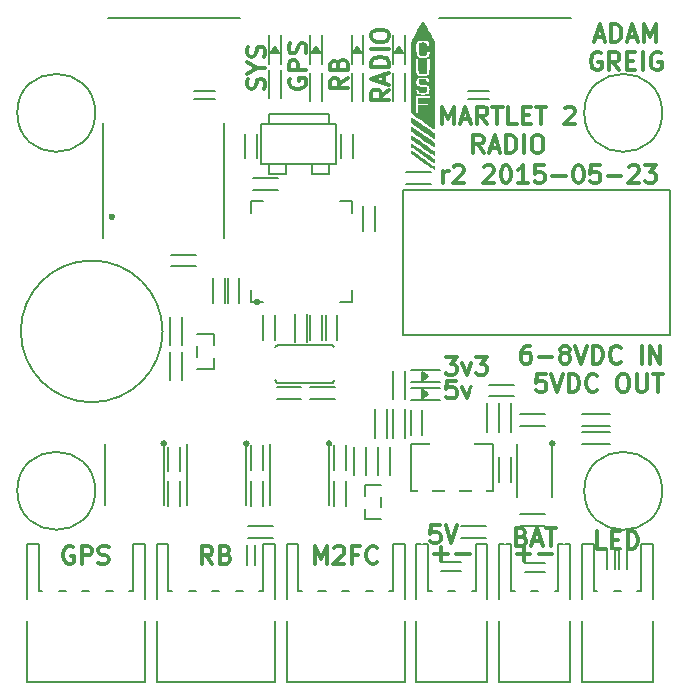
<source format=gto>
G04 #@! TF.FileFunction,Legend,Top*
%FSLAX46Y46*%
G04 Gerber Fmt 4.6, Leading zero omitted, Abs format (unit mm)*
G04 Created by KiCad (PCBNEW 0.201505031001+5637~23~ubuntu14.04.1-product) date Mon 29 Jun 2015 01:51:52 BST*
%MOMM*%
G01*
G04 APERTURE LIST*
%ADD10C,0.100000*%
%ADD11C,0.300000*%
%ADD12C,0.150000*%
%ADD13C,0.200000*%
%ADD14R,0.800000X0.700000*%
%ADD15R,0.700000X0.800000*%
%ADD16R,0.800000X0.800000*%
%ADD17R,0.500000X0.600000*%
%ADD18R,0.600000X0.500000*%
%ADD19R,1.300000X2.400000*%
%ADD20R,3.800000X2.400000*%
%ADD21R,0.400000X1.400000*%
%ADD22R,0.600000X2.200000*%
%ADD23C,1.700000*%
%ADD24R,0.700000X1.800000*%
%ADD25R,0.800000X1.800000*%
%ADD26R,0.300000X1.200000*%
%ADD27R,1.200000X0.300000*%
%ADD28C,1.016000*%
%ADD29R,1.000000X0.800000*%
%ADD30C,1.500000*%
%ADD31C,1.000000*%
%ADD32R,2.300000X2.500000*%
%ADD33C,6.300000*%
%ADD34C,0.600000*%
%ADD35C,1.200000*%
%ADD36R,2.286000X5.080000*%
%ADD37R,2.413000X5.080000*%
G04 APERTURE END LIST*
D10*
D11*
X115821429Y-150678571D02*
X115107143Y-150678571D01*
X115035714Y-151392857D01*
X115107143Y-151321429D01*
X115250000Y-151250000D01*
X115607143Y-151250000D01*
X115750000Y-151321429D01*
X115821429Y-151392857D01*
X115892857Y-151535714D01*
X115892857Y-151892857D01*
X115821429Y-152035714D01*
X115750000Y-152107143D01*
X115607143Y-152178571D01*
X115250000Y-152178571D01*
X115107143Y-152107143D01*
X115035714Y-152035714D01*
X116392857Y-151178571D02*
X116750000Y-152178571D01*
X117107142Y-151178571D01*
X114964286Y-148678571D02*
X115892857Y-148678571D01*
X115392857Y-149250000D01*
X115607143Y-149250000D01*
X115750000Y-149321429D01*
X115821429Y-149392857D01*
X115892857Y-149535714D01*
X115892857Y-149892857D01*
X115821429Y-150035714D01*
X115750000Y-150107143D01*
X115607143Y-150178571D01*
X115178571Y-150178571D01*
X115035714Y-150107143D01*
X114964286Y-150035714D01*
X116392857Y-149178571D02*
X116750000Y-150178571D01*
X117107142Y-149178571D01*
X117535714Y-148678571D02*
X118464285Y-148678571D01*
X117964285Y-149250000D01*
X118178571Y-149250000D01*
X118321428Y-149321429D01*
X118392857Y-149392857D01*
X118464285Y-149535714D01*
X118464285Y-149892857D01*
X118392857Y-150035714D01*
X118321428Y-150107143D01*
X118178571Y-150178571D01*
X117749999Y-150178571D01*
X117607142Y-150107143D01*
X117535714Y-150035714D01*
X122071429Y-147728571D02*
X121785715Y-147728571D01*
X121642858Y-147800000D01*
X121571429Y-147871429D01*
X121428572Y-148085714D01*
X121357143Y-148371429D01*
X121357143Y-148942857D01*
X121428572Y-149085714D01*
X121500000Y-149157143D01*
X121642858Y-149228571D01*
X121928572Y-149228571D01*
X122071429Y-149157143D01*
X122142858Y-149085714D01*
X122214286Y-148942857D01*
X122214286Y-148585714D01*
X122142858Y-148442857D01*
X122071429Y-148371429D01*
X121928572Y-148300000D01*
X121642858Y-148300000D01*
X121500000Y-148371429D01*
X121428572Y-148442857D01*
X121357143Y-148585714D01*
X122857143Y-148657143D02*
X124000000Y-148657143D01*
X124928572Y-148371429D02*
X124785714Y-148300000D01*
X124714286Y-148228571D01*
X124642857Y-148085714D01*
X124642857Y-148014286D01*
X124714286Y-147871429D01*
X124785714Y-147800000D01*
X124928572Y-147728571D01*
X125214286Y-147728571D01*
X125357143Y-147800000D01*
X125428572Y-147871429D01*
X125500000Y-148014286D01*
X125500000Y-148085714D01*
X125428572Y-148228571D01*
X125357143Y-148300000D01*
X125214286Y-148371429D01*
X124928572Y-148371429D01*
X124785714Y-148442857D01*
X124714286Y-148514286D01*
X124642857Y-148657143D01*
X124642857Y-148942857D01*
X124714286Y-149085714D01*
X124785714Y-149157143D01*
X124928572Y-149228571D01*
X125214286Y-149228571D01*
X125357143Y-149157143D01*
X125428572Y-149085714D01*
X125500000Y-148942857D01*
X125500000Y-148657143D01*
X125428572Y-148514286D01*
X125357143Y-148442857D01*
X125214286Y-148371429D01*
X125928571Y-147728571D02*
X126428571Y-149228571D01*
X126928571Y-147728571D01*
X127428571Y-149228571D02*
X127428571Y-147728571D01*
X127785714Y-147728571D01*
X127999999Y-147800000D01*
X128142857Y-147942857D01*
X128214285Y-148085714D01*
X128285714Y-148371429D01*
X128285714Y-148585714D01*
X128214285Y-148871429D01*
X128142857Y-149014286D01*
X127999999Y-149157143D01*
X127785714Y-149228571D01*
X127428571Y-149228571D01*
X129785714Y-149085714D02*
X129714285Y-149157143D01*
X129499999Y-149228571D01*
X129357142Y-149228571D01*
X129142857Y-149157143D01*
X128999999Y-149014286D01*
X128928571Y-148871429D01*
X128857142Y-148585714D01*
X128857142Y-148371429D01*
X128928571Y-148085714D01*
X128999999Y-147942857D01*
X129142857Y-147800000D01*
X129357142Y-147728571D01*
X129499999Y-147728571D01*
X129714285Y-147800000D01*
X129785714Y-147871429D01*
X131571428Y-149228571D02*
X131571428Y-147728571D01*
X132285714Y-149228571D02*
X132285714Y-147728571D01*
X133142857Y-149228571D01*
X133142857Y-147728571D01*
X123428572Y-150128571D02*
X122714286Y-150128571D01*
X122642857Y-150842857D01*
X122714286Y-150771429D01*
X122857143Y-150700000D01*
X123214286Y-150700000D01*
X123357143Y-150771429D01*
X123428572Y-150842857D01*
X123500000Y-150985714D01*
X123500000Y-151342857D01*
X123428572Y-151485714D01*
X123357143Y-151557143D01*
X123214286Y-151628571D01*
X122857143Y-151628571D01*
X122714286Y-151557143D01*
X122642857Y-151485714D01*
X123928571Y-150128571D02*
X124428571Y-151628571D01*
X124928571Y-150128571D01*
X125428571Y-151628571D02*
X125428571Y-150128571D01*
X125785714Y-150128571D01*
X125999999Y-150200000D01*
X126142857Y-150342857D01*
X126214285Y-150485714D01*
X126285714Y-150771429D01*
X126285714Y-150985714D01*
X126214285Y-151271429D01*
X126142857Y-151414286D01*
X125999999Y-151557143D01*
X125785714Y-151628571D01*
X125428571Y-151628571D01*
X127785714Y-151485714D02*
X127714285Y-151557143D01*
X127499999Y-151628571D01*
X127357142Y-151628571D01*
X127142857Y-151557143D01*
X126999999Y-151414286D01*
X126928571Y-151271429D01*
X126857142Y-150985714D01*
X126857142Y-150771429D01*
X126928571Y-150485714D01*
X126999999Y-150342857D01*
X127142857Y-150200000D01*
X127357142Y-150128571D01*
X127499999Y-150128571D01*
X127714285Y-150200000D01*
X127785714Y-150271429D01*
X129857142Y-150128571D02*
X130142856Y-150128571D01*
X130285714Y-150200000D01*
X130428571Y-150342857D01*
X130499999Y-150628571D01*
X130499999Y-151128571D01*
X130428571Y-151414286D01*
X130285714Y-151557143D01*
X130142856Y-151628571D01*
X129857142Y-151628571D01*
X129714285Y-151557143D01*
X129571428Y-151414286D01*
X129499999Y-151128571D01*
X129499999Y-150628571D01*
X129571428Y-150342857D01*
X129714285Y-150200000D01*
X129857142Y-150128571D01*
X131142857Y-150128571D02*
X131142857Y-151342857D01*
X131214285Y-151485714D01*
X131285714Y-151557143D01*
X131428571Y-151628571D01*
X131714285Y-151628571D01*
X131857143Y-151557143D01*
X131928571Y-151485714D01*
X132000000Y-151342857D01*
X132000000Y-150128571D01*
X132500000Y-150128571D02*
X133357143Y-150128571D01*
X132928572Y-151628571D02*
X132928572Y-150128571D01*
X127642857Y-121550000D02*
X128357143Y-121550000D01*
X127500000Y-121978571D02*
X128000000Y-120478571D01*
X128500000Y-121978571D01*
X129000000Y-121978571D02*
X129000000Y-120478571D01*
X129357143Y-120478571D01*
X129571428Y-120550000D01*
X129714286Y-120692857D01*
X129785714Y-120835714D01*
X129857143Y-121121429D01*
X129857143Y-121335714D01*
X129785714Y-121621429D01*
X129714286Y-121764286D01*
X129571428Y-121907143D01*
X129357143Y-121978571D01*
X129000000Y-121978571D01*
X130428571Y-121550000D02*
X131142857Y-121550000D01*
X130285714Y-121978571D02*
X130785714Y-120478571D01*
X131285714Y-121978571D01*
X131785714Y-121978571D02*
X131785714Y-120478571D01*
X132285714Y-121550000D01*
X132785714Y-120478571D01*
X132785714Y-121978571D01*
X128107143Y-122950000D02*
X127964286Y-122878571D01*
X127750000Y-122878571D01*
X127535715Y-122950000D01*
X127392857Y-123092857D01*
X127321429Y-123235714D01*
X127250000Y-123521429D01*
X127250000Y-123735714D01*
X127321429Y-124021429D01*
X127392857Y-124164286D01*
X127535715Y-124307143D01*
X127750000Y-124378571D01*
X127892857Y-124378571D01*
X128107143Y-124307143D01*
X128178572Y-124235714D01*
X128178572Y-123735714D01*
X127892857Y-123735714D01*
X129678572Y-124378571D02*
X129178572Y-123664286D01*
X128821429Y-124378571D02*
X128821429Y-122878571D01*
X129392857Y-122878571D01*
X129535715Y-122950000D01*
X129607143Y-123021429D01*
X129678572Y-123164286D01*
X129678572Y-123378571D01*
X129607143Y-123521429D01*
X129535715Y-123592857D01*
X129392857Y-123664286D01*
X128821429Y-123664286D01*
X130321429Y-123592857D02*
X130821429Y-123592857D01*
X131035715Y-124378571D02*
X130321429Y-124378571D01*
X130321429Y-122878571D01*
X131035715Y-122878571D01*
X131678572Y-124378571D02*
X131678572Y-122878571D01*
X133178572Y-122950000D02*
X133035715Y-122878571D01*
X132821429Y-122878571D01*
X132607144Y-122950000D01*
X132464286Y-123092857D01*
X132392858Y-123235714D01*
X132321429Y-123521429D01*
X132321429Y-123735714D01*
X132392858Y-124021429D01*
X132464286Y-124164286D01*
X132607144Y-124307143D01*
X132821429Y-124378571D01*
X132964286Y-124378571D01*
X133178572Y-124307143D01*
X133250001Y-124235714D01*
X133250001Y-123735714D01*
X132964286Y-123735714D01*
X114785717Y-133928571D02*
X114785717Y-132928571D01*
X114785717Y-133214286D02*
X114857145Y-133071429D01*
X114928574Y-133000000D01*
X115071431Y-132928571D01*
X115214288Y-132928571D01*
X115642859Y-132571429D02*
X115714288Y-132500000D01*
X115857145Y-132428571D01*
X116214288Y-132428571D01*
X116357145Y-132500000D01*
X116428574Y-132571429D01*
X116500002Y-132714286D01*
X116500002Y-132857143D01*
X116428574Y-133071429D01*
X115571431Y-133928571D01*
X116500002Y-133928571D01*
X118214287Y-132571429D02*
X118285716Y-132500000D01*
X118428573Y-132428571D01*
X118785716Y-132428571D01*
X118928573Y-132500000D01*
X119000002Y-132571429D01*
X119071430Y-132714286D01*
X119071430Y-132857143D01*
X119000002Y-133071429D01*
X118142859Y-133928571D01*
X119071430Y-133928571D01*
X120000001Y-132428571D02*
X120142858Y-132428571D01*
X120285715Y-132500000D01*
X120357144Y-132571429D01*
X120428573Y-132714286D01*
X120500001Y-133000000D01*
X120500001Y-133357143D01*
X120428573Y-133642857D01*
X120357144Y-133785714D01*
X120285715Y-133857143D01*
X120142858Y-133928571D01*
X120000001Y-133928571D01*
X119857144Y-133857143D01*
X119785715Y-133785714D01*
X119714287Y-133642857D01*
X119642858Y-133357143D01*
X119642858Y-133000000D01*
X119714287Y-132714286D01*
X119785715Y-132571429D01*
X119857144Y-132500000D01*
X120000001Y-132428571D01*
X121928572Y-133928571D02*
X121071429Y-133928571D01*
X121500001Y-133928571D02*
X121500001Y-132428571D01*
X121357144Y-132642857D01*
X121214286Y-132785714D01*
X121071429Y-132857143D01*
X123285715Y-132428571D02*
X122571429Y-132428571D01*
X122500000Y-133142857D01*
X122571429Y-133071429D01*
X122714286Y-133000000D01*
X123071429Y-133000000D01*
X123214286Y-133071429D01*
X123285715Y-133142857D01*
X123357143Y-133285714D01*
X123357143Y-133642857D01*
X123285715Y-133785714D01*
X123214286Y-133857143D01*
X123071429Y-133928571D01*
X122714286Y-133928571D01*
X122571429Y-133857143D01*
X122500000Y-133785714D01*
X124000000Y-133357143D02*
X125142857Y-133357143D01*
X126142857Y-132428571D02*
X126285714Y-132428571D01*
X126428571Y-132500000D01*
X126500000Y-132571429D01*
X126571429Y-132714286D01*
X126642857Y-133000000D01*
X126642857Y-133357143D01*
X126571429Y-133642857D01*
X126500000Y-133785714D01*
X126428571Y-133857143D01*
X126285714Y-133928571D01*
X126142857Y-133928571D01*
X126000000Y-133857143D01*
X125928571Y-133785714D01*
X125857143Y-133642857D01*
X125785714Y-133357143D01*
X125785714Y-133000000D01*
X125857143Y-132714286D01*
X125928571Y-132571429D01*
X126000000Y-132500000D01*
X126142857Y-132428571D01*
X128000000Y-132428571D02*
X127285714Y-132428571D01*
X127214285Y-133142857D01*
X127285714Y-133071429D01*
X127428571Y-133000000D01*
X127785714Y-133000000D01*
X127928571Y-133071429D01*
X128000000Y-133142857D01*
X128071428Y-133285714D01*
X128071428Y-133642857D01*
X128000000Y-133785714D01*
X127928571Y-133857143D01*
X127785714Y-133928571D01*
X127428571Y-133928571D01*
X127285714Y-133857143D01*
X127214285Y-133785714D01*
X128714285Y-133357143D02*
X129857142Y-133357143D01*
X130499999Y-132571429D02*
X130571428Y-132500000D01*
X130714285Y-132428571D01*
X131071428Y-132428571D01*
X131214285Y-132500000D01*
X131285714Y-132571429D01*
X131357142Y-132714286D01*
X131357142Y-132857143D01*
X131285714Y-133071429D01*
X130428571Y-133928571D01*
X131357142Y-133928571D01*
X131857142Y-132428571D02*
X132785713Y-132428571D01*
X132285713Y-133000000D01*
X132499999Y-133000000D01*
X132642856Y-133071429D01*
X132714285Y-133142857D01*
X132785713Y-133285714D01*
X132785713Y-133642857D01*
X132714285Y-133785714D01*
X132642856Y-133857143D01*
X132499999Y-133928571D01*
X132071427Y-133928571D01*
X131928570Y-133857143D01*
X131857142Y-133785714D01*
X128535715Y-164928571D02*
X127821429Y-164928571D01*
X127821429Y-163428571D01*
X129035715Y-164142857D02*
X129535715Y-164142857D01*
X129750001Y-164928571D02*
X129035715Y-164928571D01*
X129035715Y-163428571D01*
X129750001Y-163428571D01*
X130392858Y-164928571D02*
X130392858Y-163428571D01*
X130750001Y-163428571D01*
X130964286Y-163500000D01*
X131107144Y-163642857D01*
X131178572Y-163785714D01*
X131250001Y-164071429D01*
X131250001Y-164285714D01*
X131178572Y-164571429D01*
X131107144Y-164714286D01*
X130964286Y-164857143D01*
X130750001Y-164928571D01*
X130392858Y-164928571D01*
X114464287Y-162928571D02*
X113750001Y-162928571D01*
X113678572Y-163642857D01*
X113750001Y-163571429D01*
X113892858Y-163500000D01*
X114250001Y-163500000D01*
X114392858Y-163571429D01*
X114464287Y-163642857D01*
X114535715Y-163785714D01*
X114535715Y-164142857D01*
X114464287Y-164285714D01*
X114392858Y-164357143D01*
X114250001Y-164428571D01*
X113892858Y-164428571D01*
X113750001Y-164357143D01*
X113678572Y-164285714D01*
X114964286Y-162928571D02*
X115464286Y-164428571D01*
X115964286Y-162928571D01*
X121392858Y-163892857D02*
X121607144Y-163964286D01*
X121678572Y-164035714D01*
X121750001Y-164178571D01*
X121750001Y-164392857D01*
X121678572Y-164535714D01*
X121607144Y-164607143D01*
X121464286Y-164678571D01*
X120892858Y-164678571D01*
X120892858Y-163178571D01*
X121392858Y-163178571D01*
X121535715Y-163250000D01*
X121607144Y-163321429D01*
X121678572Y-163464286D01*
X121678572Y-163607143D01*
X121607144Y-163750000D01*
X121535715Y-163821429D01*
X121392858Y-163892857D01*
X120892858Y-163892857D01*
X122321429Y-164250000D02*
X123035715Y-164250000D01*
X122178572Y-164678571D02*
X122678572Y-163178571D01*
X123178572Y-164678571D01*
X123464286Y-163178571D02*
X124321429Y-163178571D01*
X123892858Y-164678571D02*
X123892858Y-163178571D01*
X114000000Y-165357143D02*
X115142857Y-165357143D01*
X114571428Y-165928571D02*
X114571428Y-164785714D01*
X115857143Y-165357143D02*
X117000000Y-165357143D01*
X121000000Y-165357143D02*
X122142857Y-165357143D01*
X121571428Y-165928571D02*
X121571428Y-164785714D01*
X122857143Y-165357143D02*
X124000000Y-165357143D01*
X103892858Y-166178571D02*
X103892858Y-164678571D01*
X104392858Y-165750000D01*
X104892858Y-164678571D01*
X104892858Y-166178571D01*
X105535715Y-164821429D02*
X105607144Y-164750000D01*
X105750001Y-164678571D01*
X106107144Y-164678571D01*
X106250001Y-164750000D01*
X106321430Y-164821429D01*
X106392858Y-164964286D01*
X106392858Y-165107143D01*
X106321430Y-165321429D01*
X105464287Y-166178571D01*
X106392858Y-166178571D01*
X107535715Y-165392857D02*
X107035715Y-165392857D01*
X107035715Y-166178571D02*
X107035715Y-164678571D01*
X107750001Y-164678571D01*
X109178572Y-166035714D02*
X109107143Y-166107143D01*
X108892857Y-166178571D01*
X108750000Y-166178571D01*
X108535715Y-166107143D01*
X108392857Y-165964286D01*
X108321429Y-165821429D01*
X108250000Y-165535714D01*
X108250000Y-165321429D01*
X108321429Y-165035714D01*
X108392857Y-164892857D01*
X108535715Y-164750000D01*
X108750000Y-164678571D01*
X108892857Y-164678571D01*
X109107143Y-164750000D01*
X109178572Y-164821429D01*
X95214286Y-166178571D02*
X94714286Y-165464286D01*
X94357143Y-166178571D02*
X94357143Y-164678571D01*
X94928571Y-164678571D01*
X95071429Y-164750000D01*
X95142857Y-164821429D01*
X95214286Y-164964286D01*
X95214286Y-165178571D01*
X95142857Y-165321429D01*
X95071429Y-165392857D01*
X94928571Y-165464286D01*
X94357143Y-165464286D01*
X96357143Y-165392857D02*
X96571429Y-165464286D01*
X96642857Y-165535714D01*
X96714286Y-165678571D01*
X96714286Y-165892857D01*
X96642857Y-166035714D01*
X96571429Y-166107143D01*
X96428571Y-166178571D01*
X95857143Y-166178571D01*
X95857143Y-164678571D01*
X96357143Y-164678571D01*
X96500000Y-164750000D01*
X96571429Y-164821429D01*
X96642857Y-164964286D01*
X96642857Y-165107143D01*
X96571429Y-165250000D01*
X96500000Y-165321429D01*
X96357143Y-165392857D01*
X95857143Y-165392857D01*
X83428572Y-164750000D02*
X83285715Y-164678571D01*
X83071429Y-164678571D01*
X82857144Y-164750000D01*
X82714286Y-164892857D01*
X82642858Y-165035714D01*
X82571429Y-165321429D01*
X82571429Y-165535714D01*
X82642858Y-165821429D01*
X82714286Y-165964286D01*
X82857144Y-166107143D01*
X83071429Y-166178571D01*
X83214286Y-166178571D01*
X83428572Y-166107143D01*
X83500001Y-166035714D01*
X83500001Y-165535714D01*
X83214286Y-165535714D01*
X84142858Y-166178571D02*
X84142858Y-164678571D01*
X84714286Y-164678571D01*
X84857144Y-164750000D01*
X84928572Y-164821429D01*
X85000001Y-164964286D01*
X85000001Y-165178571D01*
X84928572Y-165321429D01*
X84857144Y-165392857D01*
X84714286Y-165464286D01*
X84142858Y-165464286D01*
X85571429Y-166107143D02*
X85785715Y-166178571D01*
X86142858Y-166178571D01*
X86285715Y-166107143D01*
X86357144Y-166035714D01*
X86428572Y-165892857D01*
X86428572Y-165750000D01*
X86357144Y-165607143D01*
X86285715Y-165535714D01*
X86142858Y-165464286D01*
X85857144Y-165392857D01*
X85714286Y-165321429D01*
X85642858Y-165250000D01*
X85571429Y-165107143D01*
X85571429Y-164964286D01*
X85642858Y-164821429D01*
X85714286Y-164750000D01*
X85857144Y-164678571D01*
X86214286Y-164678571D01*
X86428572Y-164750000D01*
X114642858Y-128978571D02*
X114642858Y-127478571D01*
X115142858Y-128550000D01*
X115642858Y-127478571D01*
X115642858Y-128978571D01*
X116285715Y-128550000D02*
X117000001Y-128550000D01*
X116142858Y-128978571D02*
X116642858Y-127478571D01*
X117142858Y-128978571D01*
X118500001Y-128978571D02*
X118000001Y-128264286D01*
X117642858Y-128978571D02*
X117642858Y-127478571D01*
X118214286Y-127478571D01*
X118357144Y-127550000D01*
X118428572Y-127621429D01*
X118500001Y-127764286D01*
X118500001Y-127978571D01*
X118428572Y-128121429D01*
X118357144Y-128192857D01*
X118214286Y-128264286D01*
X117642858Y-128264286D01*
X118928572Y-127478571D02*
X119785715Y-127478571D01*
X119357144Y-128978571D02*
X119357144Y-127478571D01*
X121000001Y-128978571D02*
X120285715Y-128978571D01*
X120285715Y-127478571D01*
X121500001Y-128192857D02*
X122000001Y-128192857D01*
X122214287Y-128978571D02*
X121500001Y-128978571D01*
X121500001Y-127478571D01*
X122214287Y-127478571D01*
X122642858Y-127478571D02*
X123500001Y-127478571D01*
X123071430Y-128978571D02*
X123071430Y-127478571D01*
X125071429Y-127621429D02*
X125142858Y-127550000D01*
X125285715Y-127478571D01*
X125642858Y-127478571D01*
X125785715Y-127550000D01*
X125857144Y-127621429D01*
X125928572Y-127764286D01*
X125928572Y-127907143D01*
X125857144Y-128121429D01*
X125000001Y-128978571D01*
X125928572Y-128978571D01*
X118178572Y-131378571D02*
X117678572Y-130664286D01*
X117321429Y-131378571D02*
X117321429Y-129878571D01*
X117892857Y-129878571D01*
X118035715Y-129950000D01*
X118107143Y-130021429D01*
X118178572Y-130164286D01*
X118178572Y-130378571D01*
X118107143Y-130521429D01*
X118035715Y-130592857D01*
X117892857Y-130664286D01*
X117321429Y-130664286D01*
X118750000Y-130950000D02*
X119464286Y-130950000D01*
X118607143Y-131378571D02*
X119107143Y-129878571D01*
X119607143Y-131378571D01*
X120107143Y-131378571D02*
X120107143Y-129878571D01*
X120464286Y-129878571D01*
X120678571Y-129950000D01*
X120821429Y-130092857D01*
X120892857Y-130235714D01*
X120964286Y-130521429D01*
X120964286Y-130735714D01*
X120892857Y-131021429D01*
X120821429Y-131164286D01*
X120678571Y-131307143D01*
X120464286Y-131378571D01*
X120107143Y-131378571D01*
X121607143Y-131378571D02*
X121607143Y-129878571D01*
X122607143Y-129878571D02*
X122892857Y-129878571D01*
X123035715Y-129950000D01*
X123178572Y-130092857D01*
X123250000Y-130378571D01*
X123250000Y-130878571D01*
X123178572Y-131164286D01*
X123035715Y-131307143D01*
X122892857Y-131378571D01*
X122607143Y-131378571D01*
X122464286Y-131307143D01*
X122321429Y-131164286D01*
X122250000Y-130878571D01*
X122250000Y-130378571D01*
X122321429Y-130092857D01*
X122464286Y-129950000D01*
X122607143Y-129878571D01*
X110178571Y-126035714D02*
X109464286Y-126535714D01*
X110178571Y-126892857D02*
X108678571Y-126892857D01*
X108678571Y-126321429D01*
X108750000Y-126178571D01*
X108821429Y-126107143D01*
X108964286Y-126035714D01*
X109178571Y-126035714D01*
X109321429Y-126107143D01*
X109392857Y-126178571D01*
X109464286Y-126321429D01*
X109464286Y-126892857D01*
X109750000Y-125464286D02*
X109750000Y-124750000D01*
X110178571Y-125607143D02*
X108678571Y-125107143D01*
X110178571Y-124607143D01*
X110178571Y-124107143D02*
X108678571Y-124107143D01*
X108678571Y-123750000D01*
X108750000Y-123535715D01*
X108892857Y-123392857D01*
X109035714Y-123321429D01*
X109321429Y-123250000D01*
X109535714Y-123250000D01*
X109821429Y-123321429D01*
X109964286Y-123392857D01*
X110107143Y-123535715D01*
X110178571Y-123750000D01*
X110178571Y-124107143D01*
X110178571Y-122607143D02*
X108678571Y-122607143D01*
X108678571Y-121607143D02*
X108678571Y-121321429D01*
X108750000Y-121178571D01*
X108892857Y-121035714D01*
X109178571Y-120964286D01*
X109678571Y-120964286D01*
X109964286Y-121035714D01*
X110107143Y-121178571D01*
X110178571Y-121321429D01*
X110178571Y-121607143D01*
X110107143Y-121750000D01*
X109964286Y-121892857D01*
X109678571Y-121964286D01*
X109178571Y-121964286D01*
X108892857Y-121892857D01*
X108750000Y-121750000D01*
X108678571Y-121607143D01*
X106678571Y-125035714D02*
X105964286Y-125535714D01*
X106678571Y-125892857D02*
X105178571Y-125892857D01*
X105178571Y-125321429D01*
X105250000Y-125178571D01*
X105321429Y-125107143D01*
X105464286Y-125035714D01*
X105678571Y-125035714D01*
X105821429Y-125107143D01*
X105892857Y-125178571D01*
X105964286Y-125321429D01*
X105964286Y-125892857D01*
X105892857Y-123892857D02*
X105964286Y-123678571D01*
X106035714Y-123607143D01*
X106178571Y-123535714D01*
X106392857Y-123535714D01*
X106535714Y-123607143D01*
X106607143Y-123678571D01*
X106678571Y-123821429D01*
X106678571Y-124392857D01*
X105178571Y-124392857D01*
X105178571Y-123892857D01*
X105250000Y-123750000D01*
X105321429Y-123678571D01*
X105464286Y-123607143D01*
X105607143Y-123607143D01*
X105750000Y-123678571D01*
X105821429Y-123750000D01*
X105892857Y-123892857D01*
X105892857Y-124392857D01*
X101750000Y-125107143D02*
X101678571Y-125250000D01*
X101678571Y-125464286D01*
X101750000Y-125678571D01*
X101892857Y-125821429D01*
X102035714Y-125892857D01*
X102321429Y-125964286D01*
X102535714Y-125964286D01*
X102821429Y-125892857D01*
X102964286Y-125821429D01*
X103107143Y-125678571D01*
X103178571Y-125464286D01*
X103178571Y-125321429D01*
X103107143Y-125107143D01*
X103035714Y-125035714D01*
X102535714Y-125035714D01*
X102535714Y-125321429D01*
X103178571Y-124392857D02*
X101678571Y-124392857D01*
X101678571Y-123821429D01*
X101750000Y-123678571D01*
X101821429Y-123607143D01*
X101964286Y-123535714D01*
X102178571Y-123535714D01*
X102321429Y-123607143D01*
X102392857Y-123678571D01*
X102464286Y-123821429D01*
X102464286Y-124392857D01*
X103107143Y-122964286D02*
X103178571Y-122750000D01*
X103178571Y-122392857D01*
X103107143Y-122250000D01*
X103035714Y-122178571D01*
X102892857Y-122107143D01*
X102750000Y-122107143D01*
X102607143Y-122178571D01*
X102535714Y-122250000D01*
X102464286Y-122392857D01*
X102392857Y-122678571D01*
X102321429Y-122821429D01*
X102250000Y-122892857D01*
X102107143Y-122964286D01*
X101964286Y-122964286D01*
X101821429Y-122892857D01*
X101750000Y-122821429D01*
X101678571Y-122678571D01*
X101678571Y-122321429D01*
X101750000Y-122107143D01*
X99607143Y-125964286D02*
X99678571Y-125750000D01*
X99678571Y-125392857D01*
X99607143Y-125250000D01*
X99535714Y-125178571D01*
X99392857Y-125107143D01*
X99250000Y-125107143D01*
X99107143Y-125178571D01*
X99035714Y-125250000D01*
X98964286Y-125392857D01*
X98892857Y-125678571D01*
X98821429Y-125821429D01*
X98750000Y-125892857D01*
X98607143Y-125964286D01*
X98464286Y-125964286D01*
X98321429Y-125892857D01*
X98250000Y-125821429D01*
X98178571Y-125678571D01*
X98178571Y-125321429D01*
X98250000Y-125107143D01*
X98964286Y-124178572D02*
X99678571Y-124178572D01*
X98178571Y-124678572D02*
X98964286Y-124178572D01*
X98178571Y-123678572D01*
X99607143Y-123250001D02*
X99678571Y-123035715D01*
X99678571Y-122678572D01*
X99607143Y-122535715D01*
X99535714Y-122464286D01*
X99392857Y-122392858D01*
X99250000Y-122392858D01*
X99107143Y-122464286D01*
X99035714Y-122535715D01*
X98964286Y-122678572D01*
X98892857Y-122964286D01*
X98821429Y-123107144D01*
X98750000Y-123178572D01*
X98607143Y-123250001D01*
X98464286Y-123250001D01*
X98321429Y-123178572D01*
X98250000Y-123107144D01*
X98178571Y-122964286D01*
X98178571Y-122607144D01*
X98250000Y-122392858D01*
D12*
X91500000Y-161250000D02*
X91500000Y-159150000D01*
X92500000Y-159150000D02*
X92500000Y-161250000D01*
X105500000Y-161250000D02*
X105500000Y-159150000D01*
X106500000Y-159150000D02*
X106500000Y-161250000D01*
X98500000Y-161250000D02*
X98500000Y-159150000D01*
X99500000Y-159150000D02*
X99500000Y-161250000D01*
X98250000Y-163000000D02*
X100350000Y-163000000D01*
X100350000Y-164000000D02*
X98250000Y-164000000D01*
X92500000Y-156250000D02*
X92500000Y-158350000D01*
X91500000Y-158350000D02*
X91500000Y-156250000D01*
X105500000Y-158250000D02*
X105500000Y-156150000D01*
X106500000Y-156150000D02*
X106500000Y-158250000D01*
X121250000Y-162000000D02*
X123350000Y-162000000D01*
X123350000Y-163000000D02*
X121250000Y-163000000D01*
X121250000Y-153500000D02*
X123350000Y-153500000D01*
X123350000Y-154500000D02*
X121250000Y-154500000D01*
X116250000Y-163000000D02*
X118350000Y-163000000D01*
X118350000Y-164000000D02*
X116250000Y-164000000D01*
X112000000Y-155250000D02*
X112000000Y-153150000D01*
X113000000Y-153150000D02*
X113000000Y-155250000D01*
X98500000Y-158250000D02*
X98500000Y-156150000D01*
X99500000Y-156150000D02*
X99500000Y-158250000D01*
X119500000Y-159250000D02*
X119500000Y-157150000D01*
X120500000Y-157150000D02*
X120500000Y-159250000D01*
X120750000Y-152000000D02*
X118650000Y-152000000D01*
X118650000Y-151000000D02*
X120750000Y-151000000D01*
X99000000Y-129750000D02*
X99000000Y-131850000D01*
X98000000Y-131850000D02*
X98000000Y-129750000D01*
X113750000Y-134000000D02*
X111650000Y-134000000D01*
X111650000Y-133000000D02*
X113750000Y-133000000D01*
X96250000Y-142000000D02*
X96250000Y-144100000D01*
X95250000Y-144100000D02*
X95250000Y-142000000D01*
X100750000Y-134500000D02*
X98650000Y-134500000D01*
X98650000Y-133500000D02*
X100750000Y-133500000D01*
X99500000Y-147250000D02*
X99500000Y-145150000D01*
X100500000Y-145150000D02*
X100500000Y-147250000D01*
X108000000Y-138000000D02*
X108000000Y-135900000D01*
X109000000Y-135900000D02*
X109000000Y-138000000D01*
X97500000Y-142000000D02*
X97500000Y-144100000D01*
X96500000Y-144100000D02*
X96500000Y-142000000D01*
X104800000Y-147250000D02*
X104800000Y-145150000D01*
X105800000Y-145150000D02*
X105800000Y-147250000D01*
X103500000Y-147250000D02*
X103500000Y-145150000D01*
X104500000Y-145150000D02*
X104500000Y-147250000D01*
X91750000Y-140000000D02*
X93850000Y-140000000D01*
X93850000Y-141000000D02*
X91750000Y-141000000D01*
X106100000Y-131850000D02*
X106100000Y-129750000D01*
X107100000Y-129750000D02*
X107100000Y-131850000D01*
X102750000Y-152250000D02*
X100650000Y-152250000D01*
X100650000Y-151250000D02*
X102750000Y-151250000D01*
X103500000Y-151250000D02*
X105600000Y-151250000D01*
X105600000Y-152250000D02*
X103500000Y-152250000D01*
X112000000Y-150800000D02*
X114500000Y-150800000D01*
X112000000Y-149800000D02*
X114500000Y-149800000D01*
X113200000Y-150500000D02*
X113100000Y-150500000D01*
X113300000Y-150400000D02*
X113100000Y-150400000D01*
X113200000Y-150100000D02*
X113100000Y-150100000D01*
X113300000Y-150200000D02*
X113100000Y-150200000D01*
X113400000Y-150300000D02*
X113100000Y-150300000D01*
X113000000Y-149900000D02*
X113500000Y-150300000D01*
X113500000Y-150300000D02*
X113000000Y-150700000D01*
X113000000Y-150700000D02*
X113000000Y-149900000D01*
X112000000Y-152300000D02*
X114500000Y-152300000D01*
X112000000Y-151300000D02*
X114500000Y-151300000D01*
X113200000Y-152000000D02*
X113100000Y-152000000D01*
X113300000Y-151900000D02*
X113100000Y-151900000D01*
X113200000Y-151600000D02*
X113100000Y-151600000D01*
X113300000Y-151700000D02*
X113100000Y-151700000D01*
X113400000Y-151800000D02*
X113100000Y-151800000D01*
X113000000Y-151400000D02*
X113500000Y-151800000D01*
X113500000Y-151800000D02*
X113000000Y-152200000D01*
X113000000Y-152200000D02*
X113000000Y-151400000D01*
X111500000Y-123900000D02*
X111500000Y-121400000D01*
X110500000Y-123900000D02*
X110500000Y-121400000D01*
X111200000Y-122700000D02*
X111200000Y-122800000D01*
X111100000Y-122600000D02*
X111100000Y-122800000D01*
X110800000Y-122700000D02*
X110800000Y-122800000D01*
X110900000Y-122600000D02*
X110900000Y-122800000D01*
X111000000Y-122500000D02*
X111000000Y-122800000D01*
X110600000Y-122900000D02*
X111000000Y-122400000D01*
X111000000Y-122400000D02*
X111400000Y-122900000D01*
X111400000Y-122900000D02*
X110600000Y-122900000D01*
X104500000Y-123900000D02*
X104500000Y-121400000D01*
X103500000Y-123900000D02*
X103500000Y-121400000D01*
X104200000Y-122700000D02*
X104200000Y-122800000D01*
X104100000Y-122600000D02*
X104100000Y-122800000D01*
X103800000Y-122700000D02*
X103800000Y-122800000D01*
X103900000Y-122600000D02*
X103900000Y-122800000D01*
X104000000Y-122500000D02*
X104000000Y-122800000D01*
X103600000Y-122900000D02*
X104000000Y-122400000D01*
X104000000Y-122400000D02*
X104400000Y-122900000D01*
X104400000Y-122900000D02*
X103600000Y-122900000D01*
X108000000Y-123900000D02*
X108000000Y-121400000D01*
X107000000Y-123900000D02*
X107000000Y-121400000D01*
X107700000Y-122700000D02*
X107700000Y-122800000D01*
X107600000Y-122600000D02*
X107600000Y-122800000D01*
X107300000Y-122700000D02*
X107300000Y-122800000D01*
X107400000Y-122600000D02*
X107400000Y-122800000D01*
X107500000Y-122500000D02*
X107500000Y-122800000D01*
X107100000Y-122900000D02*
X107500000Y-122400000D01*
X107500000Y-122400000D02*
X107900000Y-122900000D01*
X107900000Y-122900000D02*
X107100000Y-122900000D01*
X101000000Y-123900000D02*
X101000000Y-121400000D01*
X100000000Y-123900000D02*
X100000000Y-121400000D01*
X100700000Y-122700000D02*
X100700000Y-122800000D01*
X100600000Y-122600000D02*
X100600000Y-122800000D01*
X100300000Y-122700000D02*
X100300000Y-122800000D01*
X100400000Y-122600000D02*
X100400000Y-122800000D01*
X100500000Y-122500000D02*
X100500000Y-122800000D01*
X100100000Y-122900000D02*
X100500000Y-122400000D01*
X100500000Y-122400000D02*
X100900000Y-122900000D01*
X100900000Y-122900000D02*
X100100000Y-122900000D01*
X98850000Y-166300000D02*
X98850000Y-164600000D01*
X98150000Y-166300000D02*
X98150000Y-164600000D01*
X121700000Y-166850000D02*
X123400000Y-166850000D01*
X121700000Y-166150000D02*
X123400000Y-166150000D01*
X118600000Y-126150000D02*
X116900000Y-126150000D01*
X118600000Y-126850000D02*
X116900000Y-126850000D01*
X128650000Y-164950000D02*
X128650000Y-166650000D01*
X129350000Y-164950000D02*
X129350000Y-166650000D01*
X129650000Y-164950000D02*
X129650000Y-166650000D01*
X130350000Y-164950000D02*
X130350000Y-166650000D01*
X112000000Y-160000000D02*
X112000000Y-156000000D01*
X112000000Y-156000000D02*
X119000000Y-156000000D01*
X119000000Y-156000000D02*
X119000000Y-160000000D01*
X119000000Y-160000000D02*
X112000000Y-160000000D01*
X124200000Y-156000000D02*
G75*
G03X124200000Y-156000000I-200000J0D01*
G01*
X124100000Y-156000000D02*
G75*
G03X124100000Y-156000000I-100000J0D01*
G01*
X121000000Y-156000000D02*
X121000000Y-160500000D01*
X124000000Y-156000000D02*
X124000000Y-160500000D01*
X105300000Y-156000000D02*
G75*
G03X105300000Y-156000000I-200000J0D01*
G01*
X105200000Y-156000000D02*
G75*
G03X105200000Y-156000000I-100000J0D01*
G01*
X100100000Y-156000000D02*
X100100000Y-161200000D01*
X105100000Y-156000000D02*
X105100000Y-161200000D01*
X91300000Y-156000000D02*
G75*
G03X91300000Y-156000000I-200000J0D01*
G01*
X91200000Y-156000000D02*
G75*
G03X91200000Y-156000000I-100000J0D01*
G01*
X86100000Y-156000000D02*
X86100000Y-161200000D01*
X91100000Y-156000000D02*
X91100000Y-161200000D01*
X98300000Y-156000000D02*
G75*
G03X98300000Y-156000000I-200000J0D01*
G01*
X98200000Y-156000000D02*
G75*
G03X98200000Y-156000000I-100000J0D01*
G01*
X93100000Y-156000000D02*
X93100000Y-161200000D01*
X98100000Y-156000000D02*
X98100000Y-161200000D01*
X134000000Y-134500000D02*
X134000000Y-146800000D01*
X134000000Y-146800000D02*
X111400000Y-146800000D01*
X111400000Y-146800000D02*
X111400000Y-134500000D01*
X111400000Y-134500000D02*
X134000000Y-134500000D01*
X86900000Y-136800000D02*
G75*
G03X86900000Y-136800000I-200000J0D01*
G01*
X86800000Y-136800000D02*
G75*
G03X86800000Y-136800000I-100000J0D01*
G01*
X96200000Y-128900000D02*
X96200000Y-138600000D01*
X86000000Y-128900000D02*
X86000000Y-138600000D01*
X99200000Y-144000000D02*
G75*
G03X99200000Y-144000000I-200000J0D01*
G01*
X99100000Y-144000000D02*
G75*
G03X99100000Y-144000000I-100000J0D01*
G01*
X99500000Y-135500000D02*
X98500000Y-135500000D01*
X98500000Y-135500000D02*
X98500000Y-136500000D01*
X106000000Y-135500000D02*
X107000000Y-135500000D01*
X107000000Y-135500000D02*
X107000000Y-136500000D01*
X106000000Y-144000000D02*
X107000000Y-144000000D01*
X107000000Y-144000000D02*
X107000000Y-143000000D01*
X98500000Y-143000000D02*
X98500000Y-144000000D01*
X98500000Y-144000000D02*
X99500000Y-144000000D01*
X105080000Y-132349500D02*
X105080000Y-133175000D01*
X105080000Y-133175000D02*
X103619500Y-133175000D01*
X103619500Y-133175000D02*
X103619500Y-132349500D01*
X100000000Y-132349500D02*
X100000000Y-133175000D01*
X100000000Y-133175000D02*
X101460500Y-133175000D01*
X101460500Y-133175000D02*
X101460500Y-132349500D01*
X100000000Y-128920500D02*
X100000000Y-128095000D01*
X100000000Y-128095000D02*
X105080000Y-128095000D01*
X105080000Y-128095000D02*
X105080000Y-128920500D01*
X102540000Y-128920500D02*
X105715000Y-128920500D01*
X105715000Y-128920500D02*
X105715000Y-132349500D01*
X105715000Y-132349500D02*
X99365000Y-132349500D01*
X99365000Y-132349500D02*
X99365000Y-128920500D01*
X99365000Y-128920500D02*
X102540000Y-128920500D01*
X109500000Y-161400000D02*
X109500000Y-160500000D01*
X108100000Y-159500000D02*
X108100000Y-160400000D01*
X108100000Y-162400000D02*
X108100000Y-161500000D01*
X108100000Y-159500000D02*
X109500000Y-159500000D01*
X109500000Y-162400000D02*
X108100000Y-162400000D01*
X93950000Y-147750000D02*
X93950000Y-148650000D01*
X95350000Y-149650000D02*
X95350000Y-148750000D01*
X95350000Y-146750000D02*
X95350000Y-147650000D01*
X95350000Y-149650000D02*
X93950000Y-149650000D01*
X93950000Y-146750000D02*
X95350000Y-146750000D01*
X118500000Y-152600000D02*
X118500000Y-155000000D01*
X119500000Y-152600000D02*
X119500000Y-155000000D01*
X119500000Y-152600000D02*
X119500000Y-155000000D01*
X120500000Y-152600000D02*
X120500000Y-155000000D01*
X108250000Y-158650000D02*
X108250000Y-156250000D01*
X107250000Y-158650000D02*
X107250000Y-156250000D01*
X128900000Y-155000000D02*
X126500000Y-155000000D01*
X128900000Y-156000000D02*
X126500000Y-156000000D01*
X128900000Y-153500000D02*
X126500000Y-153500000D01*
X128900000Y-154500000D02*
X126500000Y-154500000D01*
X92650000Y-150650000D02*
X92650000Y-148250000D01*
X91650000Y-150650000D02*
X91650000Y-148250000D01*
X109000000Y-153100000D02*
X109000000Y-155500000D01*
X110000000Y-153100000D02*
X110000000Y-155500000D01*
X110500000Y-149850000D02*
X110500000Y-152250000D01*
X111500000Y-149850000D02*
X111500000Y-152250000D01*
X110500000Y-153100000D02*
X110500000Y-155500000D01*
X111500000Y-153100000D02*
X111500000Y-155500000D01*
X110500000Y-124600000D02*
X110500000Y-127000000D01*
X111500000Y-124600000D02*
X111500000Y-127000000D01*
X103500000Y-124600000D02*
X103500000Y-127000000D01*
X104500000Y-124600000D02*
X104500000Y-127000000D01*
X107000000Y-124600000D02*
X107000000Y-127000000D01*
X108000000Y-124600000D02*
X108000000Y-127000000D01*
X100000000Y-124350000D02*
X100000000Y-126750000D01*
X101000000Y-124350000D02*
X101000000Y-126750000D01*
X103200000Y-147400000D02*
X103200000Y-145000000D01*
X102200000Y-147400000D02*
X102200000Y-145000000D01*
X92650000Y-147650000D02*
X92650000Y-145250000D01*
X91650000Y-147650000D02*
X91650000Y-145250000D01*
X91000000Y-146500000D02*
G75*
G03X91000000Y-146500000I-6000000J0D01*
G01*
X100750000Y-147650000D02*
X105350000Y-147650000D01*
X105550000Y-147850000D02*
X105350000Y-147650000D01*
X100550000Y-147850000D02*
X100750000Y-147650000D01*
X100700000Y-150850000D02*
X105400000Y-150850000D01*
X100550000Y-150650000D02*
X100700000Y-150850000D01*
X105550000Y-150650000D02*
X105400000Y-150850000D01*
X85300000Y-128000000D02*
G75*
G03X85300000Y-128000000I-3300000J0D01*
G01*
X133300000Y-128000000D02*
G75*
G03X133300000Y-128000000I-3300000J0D01*
G01*
X133300000Y-160000000D02*
G75*
G03X133300000Y-160000000I-3300000J0D01*
G01*
X85300000Y-160000000D02*
G75*
G03X85300000Y-160000000I-3300000J0D01*
G01*
D13*
X99500000Y-168500000D02*
X99200000Y-168500000D01*
X97200000Y-168500000D02*
X97800000Y-168500000D01*
X95200000Y-168500000D02*
X95800000Y-168500000D01*
X93200000Y-168500000D02*
X93800000Y-168500000D01*
X91500000Y-168500000D02*
X91800000Y-168500000D01*
X90500000Y-164500000D02*
X91500000Y-164500000D01*
X91500000Y-164500000D02*
X91500000Y-168500000D01*
X100500000Y-164500000D02*
X99500000Y-164500000D01*
X99500000Y-164500000D02*
X99500000Y-168500000D01*
X90500000Y-176200000D02*
X100500000Y-176200000D01*
X90500000Y-171000000D02*
X90500000Y-176200000D01*
X90500000Y-164500000D02*
X90500000Y-169200000D01*
X100500000Y-169200000D02*
X100500000Y-164500000D01*
X100500000Y-176200000D02*
X100500000Y-171000000D01*
X88500000Y-168500000D02*
X88200000Y-168500000D01*
X86200000Y-168500000D02*
X86800000Y-168500000D01*
X84200000Y-168500000D02*
X84800000Y-168500000D01*
X82200000Y-168500000D02*
X82800000Y-168500000D01*
X80500000Y-168500000D02*
X80800000Y-168500000D01*
X79500000Y-164500000D02*
X80500000Y-164500000D01*
X80500000Y-164500000D02*
X80500000Y-168500000D01*
X89500000Y-164500000D02*
X88500000Y-164500000D01*
X88500000Y-164500000D02*
X88500000Y-168500000D01*
X79500000Y-176200000D02*
X89500000Y-176200000D01*
X79500000Y-171000000D02*
X79500000Y-176200000D01*
X79500000Y-164500000D02*
X79500000Y-169200000D01*
X89500000Y-169200000D02*
X89500000Y-164500000D01*
X89500000Y-176200000D02*
X89500000Y-171000000D01*
X110500000Y-168500000D02*
X110200000Y-168500000D01*
X108200000Y-168500000D02*
X108800000Y-168500000D01*
X106200000Y-168500000D02*
X106800000Y-168500000D01*
X104200000Y-168500000D02*
X104800000Y-168500000D01*
X102500000Y-168500000D02*
X102800000Y-168500000D01*
X101500000Y-164500000D02*
X102500000Y-164500000D01*
X102500000Y-164500000D02*
X102500000Y-168500000D01*
X111500000Y-164500000D02*
X110500000Y-164500000D01*
X110500000Y-164500000D02*
X110500000Y-168500000D01*
X101500000Y-176200000D02*
X111500000Y-176200000D01*
X101500000Y-171000000D02*
X101500000Y-176200000D01*
X101500000Y-164500000D02*
X101500000Y-169200000D01*
X111500000Y-169200000D02*
X111500000Y-164500000D01*
X111500000Y-176200000D02*
X111500000Y-171000000D01*
X113500000Y-168500000D02*
X113800000Y-168500000D01*
X115800000Y-168500000D02*
X115200000Y-168500000D01*
X117500000Y-168500000D02*
X117200000Y-168500000D01*
X112500000Y-164500000D02*
X113500000Y-164500000D01*
X113500000Y-164500000D02*
X113500000Y-168500000D01*
X118500000Y-164500000D02*
X117500000Y-164500000D01*
X117500000Y-164500000D02*
X117500000Y-168500000D01*
X112500000Y-176200000D02*
X118500000Y-176200000D01*
X112500000Y-171000000D02*
X112500000Y-176200000D01*
X112500000Y-164500000D02*
X112500000Y-169200000D01*
X118500000Y-169200000D02*
X118500000Y-164500000D01*
X118500000Y-176200000D02*
X118500000Y-171000000D01*
X127500000Y-168500000D02*
X127800000Y-168500000D01*
X129800000Y-168500000D02*
X129200000Y-168500000D01*
X131500000Y-168500000D02*
X131200000Y-168500000D01*
X126500000Y-164500000D02*
X127500000Y-164500000D01*
X127500000Y-164500000D02*
X127500000Y-168500000D01*
X132500000Y-164500000D02*
X131500000Y-164500000D01*
X131500000Y-164500000D02*
X131500000Y-168500000D01*
X126500000Y-176200000D02*
X132500000Y-176200000D01*
X126500000Y-171000000D02*
X126500000Y-176200000D01*
X126500000Y-164500000D02*
X126500000Y-169200000D01*
X132500000Y-169200000D02*
X132500000Y-164500000D01*
X132500000Y-176200000D02*
X132500000Y-171000000D01*
X120500000Y-168500000D02*
X120800000Y-168500000D01*
X122800000Y-168500000D02*
X122200000Y-168500000D01*
X124500000Y-168500000D02*
X124200000Y-168500000D01*
X119500000Y-164500000D02*
X120500000Y-164500000D01*
X120500000Y-164500000D02*
X120500000Y-168500000D01*
X125500000Y-164500000D02*
X124500000Y-164500000D01*
X124500000Y-164500000D02*
X124500000Y-168500000D01*
X119500000Y-176200000D02*
X125500000Y-176200000D01*
X119500000Y-171000000D02*
X119500000Y-176200000D01*
X119500000Y-164500000D02*
X119500000Y-169200000D01*
X125500000Y-169200000D02*
X125500000Y-164500000D01*
X125500000Y-176200000D02*
X125500000Y-171000000D01*
D12*
X93700000Y-126850000D02*
X95400000Y-126850000D01*
X93700000Y-126150000D02*
X95400000Y-126150000D01*
X110250000Y-158650000D02*
X110250000Y-156250000D01*
X109250000Y-158650000D02*
X109250000Y-156250000D01*
X116300000Y-166050000D02*
X114600000Y-166050000D01*
X116300000Y-166750000D02*
X114600000Y-166750000D01*
D10*
G36*
X113995736Y-132638875D02*
X113993366Y-132687746D01*
X113972523Y-132718489D01*
X113954842Y-132723000D01*
X113930121Y-132711207D01*
X113874208Y-132677355D01*
X113790543Y-132623733D01*
X113682563Y-132552633D01*
X113553707Y-132466343D01*
X113407414Y-132367155D01*
X113247121Y-132257357D01*
X113076267Y-132139240D01*
X113028800Y-132106240D01*
X112854527Y-131984672D01*
X112689338Y-131868944D01*
X112536790Y-131761580D01*
X112400440Y-131665108D01*
X112283844Y-131582054D01*
X112190559Y-131514943D01*
X112124142Y-131466302D01*
X112088149Y-131438657D01*
X112084542Y-131435530D01*
X112038296Y-131373875D01*
X112026334Y-131308989D01*
X112029800Y-131260576D01*
X112045620Y-131243531D01*
X112074288Y-131245565D01*
X112098883Y-131258810D01*
X112154107Y-131293668D01*
X112235971Y-131347387D01*
X112340488Y-131417211D01*
X112463669Y-131500388D01*
X112601526Y-131594163D01*
X112750070Y-131695783D01*
X112905314Y-131802495D01*
X113063270Y-131911543D01*
X113219948Y-132020175D01*
X113371361Y-132125637D01*
X113513521Y-132225175D01*
X113642440Y-132316035D01*
X113754128Y-132395464D01*
X113844598Y-132460707D01*
X113909862Y-132509012D01*
X113945932Y-132537623D01*
X113947209Y-132538770D01*
X113980170Y-132584882D01*
X113995736Y-132638875D01*
X113995736Y-132638875D01*
X113995736Y-132638875D01*
G37*
X113995736Y-132638875D02*
X113993366Y-132687746D01*
X113972523Y-132718489D01*
X113954842Y-132723000D01*
X113930121Y-132711207D01*
X113874208Y-132677355D01*
X113790543Y-132623733D01*
X113682563Y-132552633D01*
X113553707Y-132466343D01*
X113407414Y-132367155D01*
X113247121Y-132257357D01*
X113076267Y-132139240D01*
X113028800Y-132106240D01*
X112854527Y-131984672D01*
X112689338Y-131868944D01*
X112536790Y-131761580D01*
X112400440Y-131665108D01*
X112283844Y-131582054D01*
X112190559Y-131514943D01*
X112124142Y-131466302D01*
X112088149Y-131438657D01*
X112084542Y-131435530D01*
X112038296Y-131373875D01*
X112026334Y-131308989D01*
X112029800Y-131260576D01*
X112045620Y-131243531D01*
X112074288Y-131245565D01*
X112098883Y-131258810D01*
X112154107Y-131293668D01*
X112235971Y-131347387D01*
X112340488Y-131417211D01*
X112463669Y-131500388D01*
X112601526Y-131594163D01*
X112750070Y-131695783D01*
X112905314Y-131802495D01*
X113063270Y-131911543D01*
X113219948Y-132020175D01*
X113371361Y-132125637D01*
X113513521Y-132225175D01*
X113642440Y-132316035D01*
X113754128Y-132395464D01*
X113844598Y-132460707D01*
X113909862Y-132509012D01*
X113945932Y-132537623D01*
X113947209Y-132538770D01*
X113980170Y-132584882D01*
X113995736Y-132638875D01*
X113995736Y-132638875D01*
G36*
X113996748Y-132094801D02*
X113983434Y-132136726D01*
X113957253Y-132151500D01*
X113933072Y-132139695D01*
X113877671Y-132105795D01*
X113794447Y-132052075D01*
X113686797Y-131980809D01*
X113558118Y-131894270D01*
X113411806Y-131794732D01*
X113251259Y-131684469D01*
X113079873Y-131565756D01*
X113020628Y-131524494D01*
X112845603Y-131402236D01*
X112680001Y-131286186D01*
X112527289Y-131178802D01*
X112390936Y-131082539D01*
X112274410Y-130999853D01*
X112181180Y-130933202D01*
X112114714Y-130885041D01*
X112078480Y-130857826D01*
X112073959Y-130854055D01*
X112044669Y-130810728D01*
X112027541Y-130753450D01*
X112023346Y-130695206D01*
X112032852Y-130648978D01*
X112056834Y-130627751D01*
X112060508Y-130627500D01*
X112083315Y-130639257D01*
X112136766Y-130672714D01*
X112216927Y-130725147D01*
X112319864Y-130793835D01*
X112441641Y-130876054D01*
X112578326Y-130969082D01*
X112725982Y-131070196D01*
X112880677Y-131176674D01*
X113038476Y-131285792D01*
X113195444Y-131394828D01*
X113347647Y-131501060D01*
X113491151Y-131601765D01*
X113622021Y-131694219D01*
X113736324Y-131775701D01*
X113830124Y-131843488D01*
X113899488Y-131894856D01*
X113940480Y-131927085D01*
X113947209Y-131933151D01*
X113978047Y-131980230D01*
X113994756Y-132038374D01*
X113996748Y-132094801D01*
X113996748Y-132094801D01*
X113996748Y-132094801D01*
G37*
X113996748Y-132094801D02*
X113983434Y-132136726D01*
X113957253Y-132151500D01*
X113933072Y-132139695D01*
X113877671Y-132105795D01*
X113794447Y-132052075D01*
X113686797Y-131980809D01*
X113558118Y-131894270D01*
X113411806Y-131794732D01*
X113251259Y-131684469D01*
X113079873Y-131565756D01*
X113020628Y-131524494D01*
X112845603Y-131402236D01*
X112680001Y-131286186D01*
X112527289Y-131178802D01*
X112390936Y-131082539D01*
X112274410Y-130999853D01*
X112181180Y-130933202D01*
X112114714Y-130885041D01*
X112078480Y-130857826D01*
X112073959Y-130854055D01*
X112044669Y-130810728D01*
X112027541Y-130753450D01*
X112023346Y-130695206D01*
X112032852Y-130648978D01*
X112056834Y-130627751D01*
X112060508Y-130627500D01*
X112083315Y-130639257D01*
X112136766Y-130672714D01*
X112216927Y-130725147D01*
X112319864Y-130793835D01*
X112441641Y-130876054D01*
X112578326Y-130969082D01*
X112725982Y-131070196D01*
X112880677Y-131176674D01*
X113038476Y-131285792D01*
X113195444Y-131394828D01*
X113347647Y-131501060D01*
X113491151Y-131601765D01*
X113622021Y-131694219D01*
X113736324Y-131775701D01*
X113830124Y-131843488D01*
X113899488Y-131894856D01*
X113940480Y-131927085D01*
X113947209Y-131933151D01*
X113978047Y-131980230D01*
X113994756Y-132038374D01*
X113996748Y-132094801D01*
X113996748Y-132094801D01*
G36*
X113994834Y-131425960D02*
X113992604Y-131492050D01*
X113983617Y-131525823D01*
X113964423Y-131537161D01*
X113955856Y-131537667D01*
X113931394Y-131525859D01*
X113875726Y-131491954D01*
X113792258Y-131438228D01*
X113684395Y-131366958D01*
X113555543Y-131280421D01*
X113409109Y-131180891D01*
X113248499Y-131070647D01*
X113077118Y-130951965D01*
X113019231Y-130911651D01*
X112844292Y-130789432D01*
X112678747Y-130673358D01*
X112526074Y-130565897D01*
X112389748Y-130469514D01*
X112273246Y-130386676D01*
X112180046Y-130319850D01*
X112113623Y-130271503D01*
X112077456Y-130244102D01*
X112073038Y-130240346D01*
X112044389Y-130206540D01*
X112031232Y-130165392D01*
X112029624Y-130101774D01*
X112030705Y-130077904D01*
X112036162Y-130010443D01*
X112046180Y-129975413D01*
X112065065Y-129962911D01*
X112081081Y-129962059D01*
X112106579Y-129974166D01*
X112162554Y-130008120D01*
X112245032Y-130061161D01*
X112350040Y-130130532D01*
X112473606Y-130213472D01*
X112611756Y-130307225D01*
X112760519Y-130409030D01*
X112915920Y-130516130D01*
X113073989Y-130625765D01*
X113230751Y-130735178D01*
X113382233Y-130841609D01*
X113524464Y-130942300D01*
X113653471Y-131034492D01*
X113765280Y-131115426D01*
X113855919Y-131182344D01*
X113921415Y-131232487D01*
X113957795Y-131263097D01*
X113963054Y-131268881D01*
X113983116Y-131320395D01*
X113993914Y-131395912D01*
X113994834Y-131425960D01*
X113994834Y-131425960D01*
X113994834Y-131425960D01*
G37*
X113994834Y-131425960D02*
X113992604Y-131492050D01*
X113983617Y-131525823D01*
X113964423Y-131537161D01*
X113955856Y-131537667D01*
X113931394Y-131525859D01*
X113875726Y-131491954D01*
X113792258Y-131438228D01*
X113684395Y-131366958D01*
X113555543Y-131280421D01*
X113409109Y-131180891D01*
X113248499Y-131070647D01*
X113077118Y-130951965D01*
X113019231Y-130911651D01*
X112844292Y-130789432D01*
X112678747Y-130673358D01*
X112526074Y-130565897D01*
X112389748Y-130469514D01*
X112273246Y-130386676D01*
X112180046Y-130319850D01*
X112113623Y-130271503D01*
X112077456Y-130244102D01*
X112073038Y-130240346D01*
X112044389Y-130206540D01*
X112031232Y-130165392D01*
X112029624Y-130101774D01*
X112030705Y-130077904D01*
X112036162Y-130010443D01*
X112046180Y-129975413D01*
X112065065Y-129962911D01*
X112081081Y-129962059D01*
X112106579Y-129974166D01*
X112162554Y-130008120D01*
X112245032Y-130061161D01*
X112350040Y-130130532D01*
X112473606Y-130213472D01*
X112611756Y-130307225D01*
X112760519Y-130409030D01*
X112915920Y-130516130D01*
X113073989Y-130625765D01*
X113230751Y-130735178D01*
X113382233Y-130841609D01*
X113524464Y-130942300D01*
X113653471Y-131034492D01*
X113765280Y-131115426D01*
X113855919Y-131182344D01*
X113921415Y-131232487D01*
X113957795Y-131263097D01*
X113963054Y-131268881D01*
X113983116Y-131320395D01*
X113993914Y-131395912D01*
X113994834Y-131425960D01*
X113994834Y-131425960D01*
G36*
X113992199Y-130613405D02*
X113990412Y-130689997D01*
X113990400Y-130690272D01*
X113984093Y-130770389D01*
X113972762Y-130815715D01*
X113954411Y-130833683D01*
X113951719Y-130834339D01*
X113928535Y-130823757D01*
X113874105Y-130791054D01*
X113791802Y-130738476D01*
X113685000Y-130668269D01*
X113557070Y-130582678D01*
X113411387Y-130483947D01*
X113251323Y-130374322D01*
X113080250Y-130256048D01*
X113020386Y-130214408D01*
X112845256Y-130092031D01*
X112679565Y-129975523D01*
X112526790Y-129867378D01*
X112390408Y-129770093D01*
X112273895Y-129686161D01*
X112180728Y-129618078D01*
X112114383Y-129568339D01*
X112078338Y-129539438D01*
X112073959Y-129535211D01*
X112045110Y-129493263D01*
X112030573Y-129440578D01*
X112026347Y-129362070D01*
X112026334Y-129355655D01*
X112031688Y-129271067D01*
X112049559Y-129224355D01*
X112082654Y-129212216D01*
X112129906Y-129229290D01*
X112161414Y-129249033D01*
X112223029Y-129290191D01*
X112310602Y-129349854D01*
X112419985Y-129425113D01*
X112547028Y-129513058D01*
X112687584Y-129610780D01*
X112837504Y-129715370D01*
X112992638Y-129823918D01*
X113148839Y-129933514D01*
X113301958Y-130041250D01*
X113447845Y-130144215D01*
X113582353Y-130239501D01*
X113701334Y-130324198D01*
X113800637Y-130395396D01*
X113876115Y-130450187D01*
X113923619Y-130485661D01*
X113937483Y-130496937D01*
X113969553Y-130530826D01*
X113986519Y-130564998D01*
X113992199Y-130613405D01*
X113992199Y-130613405D01*
X113992199Y-130613405D01*
G37*
X113992199Y-130613405D02*
X113990412Y-130689997D01*
X113990400Y-130690272D01*
X113984093Y-130770389D01*
X113972762Y-130815715D01*
X113954411Y-130833683D01*
X113951719Y-130834339D01*
X113928535Y-130823757D01*
X113874105Y-130791054D01*
X113791802Y-130738476D01*
X113685000Y-130668269D01*
X113557070Y-130582678D01*
X113411387Y-130483947D01*
X113251323Y-130374322D01*
X113080250Y-130256048D01*
X113020386Y-130214408D01*
X112845256Y-130092031D01*
X112679565Y-129975523D01*
X112526790Y-129867378D01*
X112390408Y-129770093D01*
X112273895Y-129686161D01*
X112180728Y-129618078D01*
X112114383Y-129568339D01*
X112078338Y-129539438D01*
X112073959Y-129535211D01*
X112045110Y-129493263D01*
X112030573Y-129440578D01*
X112026347Y-129362070D01*
X112026334Y-129355655D01*
X112031688Y-129271067D01*
X112049559Y-129224355D01*
X112082654Y-129212216D01*
X112129906Y-129229290D01*
X112161414Y-129249033D01*
X112223029Y-129290191D01*
X112310602Y-129349854D01*
X112419985Y-129425113D01*
X112547028Y-129513058D01*
X112687584Y-129610780D01*
X112837504Y-129715370D01*
X112992638Y-129823918D01*
X113148839Y-129933514D01*
X113301958Y-130041250D01*
X113447845Y-130144215D01*
X113582353Y-130239501D01*
X113701334Y-130324198D01*
X113800637Y-130395396D01*
X113876115Y-130450187D01*
X113923619Y-130485661D01*
X113937483Y-130496937D01*
X113969553Y-130530826D01*
X113986519Y-130564998D01*
X113992199Y-130613405D01*
X113992199Y-130613405D01*
G36*
X113992455Y-129863004D02*
X113990416Y-129931445D01*
X113984431Y-130021917D01*
X113974470Y-130084698D01*
X113961685Y-130112798D01*
X113960424Y-130113391D01*
X113933054Y-130105780D01*
X113881077Y-130078623D01*
X113814195Y-130037173D01*
X113791091Y-130021655D01*
X113583644Y-129879206D01*
X113377312Y-129736717D01*
X113175343Y-129596486D01*
X112980983Y-129460811D01*
X112797481Y-129331988D01*
X112628083Y-129212316D01*
X112476037Y-129104091D01*
X112344590Y-129009612D01*
X112236990Y-128931175D01*
X112156484Y-128871078D01*
X112106320Y-128831619D01*
X112095125Y-128821796D01*
X112060428Y-128786494D01*
X112039927Y-128753934D01*
X112029898Y-128711636D01*
X112026615Y-128647124D01*
X112026334Y-128591348D01*
X112027070Y-128508540D01*
X112030955Y-128459385D01*
X112040499Y-128435205D01*
X112058213Y-128427325D01*
X112073959Y-128426812D01*
X112098170Y-128438643D01*
X112153016Y-128472108D01*
X112234510Y-128524471D01*
X112338671Y-128593000D01*
X112461514Y-128674959D01*
X112599055Y-128767614D01*
X112747312Y-128868231D01*
X112902301Y-128974075D01*
X113060037Y-129082413D01*
X113216538Y-129190509D01*
X113367820Y-129295630D01*
X113509899Y-129395042D01*
X113638791Y-129486008D01*
X113750514Y-129565797D01*
X113841083Y-129631672D01*
X113906515Y-129680900D01*
X113937500Y-129705949D01*
X113966549Y-129733609D01*
X113983641Y-129761543D01*
X113991400Y-129800943D01*
X113992455Y-129863004D01*
X113992455Y-129863004D01*
X113992455Y-129863004D01*
G37*
X113992455Y-129863004D02*
X113990416Y-129931445D01*
X113984431Y-130021917D01*
X113974470Y-130084698D01*
X113961685Y-130112798D01*
X113960424Y-130113391D01*
X113933054Y-130105780D01*
X113881077Y-130078623D01*
X113814195Y-130037173D01*
X113791091Y-130021655D01*
X113583644Y-129879206D01*
X113377312Y-129736717D01*
X113175343Y-129596486D01*
X112980983Y-129460811D01*
X112797481Y-129331988D01*
X112628083Y-129212316D01*
X112476037Y-129104091D01*
X112344590Y-129009612D01*
X112236990Y-128931175D01*
X112156484Y-128871078D01*
X112106320Y-128831619D01*
X112095125Y-128821796D01*
X112060428Y-128786494D01*
X112039927Y-128753934D01*
X112029898Y-128711636D01*
X112026615Y-128647124D01*
X112026334Y-128591348D01*
X112027070Y-128508540D01*
X112030955Y-128459385D01*
X112040499Y-128435205D01*
X112058213Y-128427325D01*
X112073959Y-128426812D01*
X112098170Y-128438643D01*
X112153016Y-128472108D01*
X112234510Y-128524471D01*
X112338671Y-128593000D01*
X112461514Y-128674959D01*
X112599055Y-128767614D01*
X112747312Y-128868231D01*
X112902301Y-128974075D01*
X113060037Y-129082413D01*
X113216538Y-129190509D01*
X113367820Y-129295630D01*
X113509899Y-129395042D01*
X113638791Y-129486008D01*
X113750514Y-129565797D01*
X113841083Y-129631672D01*
X113906515Y-129680900D01*
X113937500Y-129705949D01*
X113966549Y-129733609D01*
X113983641Y-129761543D01*
X113991400Y-129800943D01*
X113992455Y-129863004D01*
X113992455Y-129863004D01*
G36*
X113994954Y-121987874D02*
X113989602Y-125635645D01*
X113988922Y-126096080D01*
X113988277Y-126516045D01*
X113987643Y-126897406D01*
X113986995Y-127242026D01*
X113986311Y-127551770D01*
X113985564Y-127828502D01*
X113984730Y-128074087D01*
X113983786Y-128290388D01*
X113982707Y-128479271D01*
X113981469Y-128642598D01*
X113980047Y-128782235D01*
X113978417Y-128900047D01*
X113976555Y-128997896D01*
X113974436Y-129077648D01*
X113972036Y-129141166D01*
X113969330Y-129190315D01*
X113966295Y-129226960D01*
X113962906Y-129252965D01*
X113959138Y-129270193D01*
X113954968Y-129280509D01*
X113950371Y-129285778D01*
X113945322Y-129287864D01*
X113941917Y-129288380D01*
X113914543Y-129277381D01*
X113854647Y-129242682D01*
X113763974Y-129185439D01*
X113644271Y-129106807D01*
X113619973Y-129090463D01*
X113619973Y-122795833D01*
X113479320Y-122795833D01*
X113338667Y-122795833D01*
X113338667Y-122868539D01*
X113326661Y-122965783D01*
X113292835Y-123037782D01*
X113256067Y-123069894D01*
X113196567Y-123088846D01*
X113110079Y-123101361D01*
X113011547Y-123106794D01*
X112915919Y-123104495D01*
X112838141Y-123093820D01*
X112820153Y-123088763D01*
X112774589Y-123068484D01*
X112739984Y-123038681D01*
X112714872Y-122993854D01*
X112697789Y-122928501D01*
X112687270Y-122837120D01*
X112681851Y-122714210D01*
X112680090Y-122562690D01*
X112681932Y-122399848D01*
X112689192Y-122274828D01*
X112702742Y-122183364D01*
X112723458Y-122121188D01*
X112752214Y-122084034D01*
X112781110Y-122069590D01*
X112873276Y-122048050D01*
X112954856Y-122039607D01*
X113047676Y-122042626D01*
X113090214Y-122046416D01*
X113194190Y-122062503D01*
X113262451Y-122089568D01*
X113301168Y-122132440D01*
X113316510Y-122195950D01*
X113317500Y-122224333D01*
X113317500Y-122309000D01*
X113457981Y-122309000D01*
X113598463Y-122309000D01*
X113587767Y-122175752D01*
X113570581Y-122057841D01*
X113537310Y-121967074D01*
X113483476Y-121900415D01*
X113404605Y-121854829D01*
X113296219Y-121827282D01*
X113153842Y-121814739D01*
X113052917Y-121813145D01*
X112875624Y-121818981D01*
X112734684Y-121836939D01*
X112625330Y-121869090D01*
X112542793Y-121917503D01*
X112482303Y-121984249D01*
X112439092Y-122071399D01*
X112435591Y-122081163D01*
X112414973Y-122170234D01*
X112401861Y-122290487D01*
X112395889Y-122432268D01*
X112396692Y-122585918D01*
X112403904Y-122741780D01*
X112417159Y-122890198D01*
X112436091Y-123021514D01*
X112460337Y-123126071D01*
X112476845Y-123170990D01*
X112522365Y-123227881D01*
X112598483Y-123278321D01*
X112693467Y-123315206D01*
X112728733Y-123323547D01*
X112833871Y-123336948D01*
X112963168Y-123342825D01*
X113099129Y-123341193D01*
X113224259Y-123332068D01*
X113286727Y-123323028D01*
X113365280Y-123305396D01*
X113434836Y-123284531D01*
X113467677Y-123271044D01*
X113528915Y-123215934D01*
X113573981Y-123123307D01*
X113602049Y-122995103D01*
X113607603Y-122943390D01*
X113619973Y-122795833D01*
X113619973Y-129090463D01*
X113618120Y-129089217D01*
X113618120Y-123367333D01*
X113478393Y-123367333D01*
X113338667Y-123367333D01*
X113337745Y-123880625D01*
X113336650Y-124074004D01*
X113333839Y-124229581D01*
X113328872Y-124351868D01*
X113321308Y-124445378D01*
X113310709Y-124514623D01*
X113296632Y-124564114D01*
X113278640Y-124598364D01*
X113266312Y-124612947D01*
X113226703Y-124630743D01*
X113156521Y-124643029D01*
X113067143Y-124649787D01*
X112969947Y-124650996D01*
X112876308Y-124646638D01*
X112797604Y-124636692D01*
X112745210Y-124621141D01*
X112734661Y-124613853D01*
X112713572Y-124586242D01*
X112696843Y-124547101D01*
X112684008Y-124491788D01*
X112674597Y-124415658D01*
X112668143Y-124314069D01*
X112664179Y-124182376D01*
X112662236Y-124015936D01*
X112661838Y-123891208D01*
X112661334Y-123367333D01*
X112522073Y-123367333D01*
X112382813Y-123367333D01*
X112390176Y-123986458D01*
X112392742Y-124172457D01*
X112395721Y-124320933D01*
X112399398Y-124436695D01*
X112404059Y-124524553D01*
X112409989Y-124589317D01*
X112417473Y-124635797D01*
X112426795Y-124668802D01*
X112431265Y-124679667D01*
X112484924Y-124766172D01*
X112558794Y-124824558D01*
X112656029Y-124861423D01*
X112739105Y-124876079D01*
X112850571Y-124885338D01*
X112976814Y-124889073D01*
X113104219Y-124887155D01*
X113219171Y-124879456D01*
X113300583Y-124867508D01*
X113412066Y-124833412D01*
X113491262Y-124782303D01*
X113546869Y-124707779D01*
X113562507Y-124674648D01*
X113573915Y-124643022D01*
X113583059Y-124604537D01*
X113590287Y-124553987D01*
X113595950Y-124486169D01*
X113600396Y-124395879D01*
X113603974Y-124277913D01*
X113607034Y-124127067D01*
X113609391Y-123975875D01*
X113618120Y-123367333D01*
X113618120Y-129089217D01*
X113613834Y-129086334D01*
X113613834Y-126711667D01*
X113613834Y-126595250D01*
X113613834Y-126478833D01*
X113602885Y-126478833D01*
X113602885Y-125987994D01*
X113596344Y-125872183D01*
X113576036Y-125772717D01*
X113543535Y-125700686D01*
X113534519Y-125689188D01*
X113485633Y-125648123D01*
X113417233Y-125616583D01*
X113322492Y-125592456D01*
X113194587Y-125573629D01*
X113143502Y-125568175D01*
X112993023Y-125552912D01*
X112879471Y-125539419D01*
X112797647Y-125525284D01*
X112742354Y-125508091D01*
X112708391Y-125485428D01*
X112690560Y-125454878D01*
X112683663Y-125414029D01*
X112682501Y-125360466D01*
X112682500Y-125354096D01*
X112687897Y-125264702D01*
X112708729Y-125207112D01*
X112751961Y-125171652D01*
X112824556Y-125148651D01*
X112831490Y-125147134D01*
X112979522Y-125125757D01*
X113102417Y-125129486D01*
X113197509Y-125157354D01*
X113262129Y-125208394D01*
X113293613Y-125281640D01*
X113296334Y-125315662D01*
X113300799Y-125337876D01*
X113320344Y-125350361D01*
X113364191Y-125355831D01*
X113436878Y-125357000D01*
X113577423Y-125357000D01*
X113564990Y-125236537D01*
X113542122Y-125125687D01*
X113495978Y-125044030D01*
X113420424Y-124982049D01*
X113390218Y-124965417D01*
X113351303Y-124948326D01*
X113307719Y-124936474D01*
X113251062Y-124928949D01*
X113172928Y-124924839D01*
X113064914Y-124923233D01*
X113000000Y-124923083D01*
X112840230Y-124925444D01*
X112716648Y-124933750D01*
X112623307Y-124949840D01*
X112554261Y-124975549D01*
X112503565Y-125012715D01*
X112465271Y-125063176D01*
X112449273Y-125093231D01*
X112420734Y-125182892D01*
X112405378Y-125296213D01*
X112403655Y-125416480D01*
X112416016Y-125526980D01*
X112435745Y-125595691D01*
X112466460Y-125647839D01*
X112513501Y-125689685D01*
X112581701Y-125722813D01*
X112675894Y-125748809D01*
X112800911Y-125769258D01*
X112961585Y-125785746D01*
X113031750Y-125791212D01*
X113122823Y-125800713D01*
X113202133Y-125814132D01*
X113256910Y-125829116D01*
X113268886Y-125834890D01*
X113309907Y-125883547D01*
X113330261Y-125954864D01*
X113331053Y-126035973D01*
X113313384Y-126114006D01*
X113278357Y-126176094D01*
X113237059Y-126206237D01*
X113191968Y-126214865D01*
X113116739Y-126220419D01*
X113023499Y-126222242D01*
X112961052Y-126221182D01*
X112861150Y-126217238D01*
X112794450Y-126211643D01*
X112751825Y-126202394D01*
X112724144Y-126187487D01*
X112702278Y-126164919D01*
X112701760Y-126164280D01*
X112672957Y-126107153D01*
X112661334Y-126042572D01*
X112661334Y-125970833D01*
X112521311Y-125970833D01*
X112381289Y-125970833D01*
X112396194Y-126092542D01*
X112423614Y-126226813D01*
X112468480Y-126323017D01*
X112531099Y-126381796D01*
X112536198Y-126384547D01*
X112622782Y-126415496D01*
X112740411Y-126437966D01*
X112878498Y-126451165D01*
X113026457Y-126454299D01*
X113173704Y-126446573D01*
X113247369Y-126437871D01*
X113374021Y-126411923D01*
X113465506Y-126372326D01*
X113528323Y-126312917D01*
X113568971Y-126227532D01*
X113593951Y-126110007D01*
X113594086Y-126109059D01*
X113602885Y-125987994D01*
X113602885Y-126478833D01*
X113000000Y-126478833D01*
X112386167Y-126478833D01*
X112386167Y-127230250D01*
X112386167Y-127981667D01*
X112523750Y-127981667D01*
X112661334Y-127981667D01*
X112661334Y-127674750D01*
X112661334Y-127367833D01*
X113074084Y-127367833D01*
X113486834Y-127367833D01*
X113486834Y-127251417D01*
X113486834Y-127135000D01*
X113074084Y-127135000D01*
X112661334Y-127135000D01*
X112661334Y-126923333D01*
X112661334Y-126711667D01*
X113137584Y-126711667D01*
X113613834Y-126711667D01*
X113613834Y-129086334D01*
X113497285Y-129007942D01*
X113324761Y-128889998D01*
X113128447Y-128754132D01*
X113021167Y-128679316D01*
X112847757Y-128557837D01*
X112683415Y-128442206D01*
X112531709Y-128334969D01*
X112396207Y-128238670D01*
X112280475Y-128155855D01*
X112188080Y-128089068D01*
X112122591Y-128040855D01*
X112087574Y-128013760D01*
X112084542Y-128011100D01*
X112026334Y-127956911D01*
X112026334Y-124984085D01*
X112026334Y-122011259D01*
X112081221Y-121900838D01*
X112103573Y-121858055D01*
X112143974Y-121783001D01*
X112199850Y-121680374D01*
X112268624Y-121554871D01*
X112347720Y-121411192D01*
X112434561Y-121254032D01*
X112526572Y-121088091D01*
X112551401Y-121043411D01*
X112656967Y-120854043D01*
X112744297Y-120698753D01*
X112815331Y-120574405D01*
X112872012Y-120477862D01*
X112916279Y-120405986D01*
X112950073Y-120355641D01*
X112975337Y-120323689D01*
X112994010Y-120306994D01*
X113008034Y-120302420D01*
X113009804Y-120302577D01*
X113027764Y-120314387D01*
X113055897Y-120347671D01*
X113095809Y-120404973D01*
X113149108Y-120488838D01*
X113217398Y-120601809D01*
X113302288Y-120746430D01*
X113405383Y-120925245D01*
X113428088Y-120964917D01*
X113519916Y-121125974D01*
X113609242Y-121283485D01*
X113692818Y-121431663D01*
X113767398Y-121564721D01*
X113829735Y-121676872D01*
X113876582Y-121762329D01*
X113899107Y-121804479D01*
X113994954Y-121987874D01*
X113994954Y-121987874D01*
X113994954Y-121987874D01*
G37*
X113994954Y-121987874D02*
X113989602Y-125635645D01*
X113988922Y-126096080D01*
X113988277Y-126516045D01*
X113987643Y-126897406D01*
X113986995Y-127242026D01*
X113986311Y-127551770D01*
X113985564Y-127828502D01*
X113984730Y-128074087D01*
X113983786Y-128290388D01*
X113982707Y-128479271D01*
X113981469Y-128642598D01*
X113980047Y-128782235D01*
X113978417Y-128900047D01*
X113976555Y-128997896D01*
X113974436Y-129077648D01*
X113972036Y-129141166D01*
X113969330Y-129190315D01*
X113966295Y-129226960D01*
X113962906Y-129252965D01*
X113959138Y-129270193D01*
X113954968Y-129280509D01*
X113950371Y-129285778D01*
X113945322Y-129287864D01*
X113941917Y-129288380D01*
X113914543Y-129277381D01*
X113854647Y-129242682D01*
X113763974Y-129185439D01*
X113644271Y-129106807D01*
X113619973Y-129090463D01*
X113619973Y-122795833D01*
X113479320Y-122795833D01*
X113338667Y-122795833D01*
X113338667Y-122868539D01*
X113326661Y-122965783D01*
X113292835Y-123037782D01*
X113256067Y-123069894D01*
X113196567Y-123088846D01*
X113110079Y-123101361D01*
X113011547Y-123106794D01*
X112915919Y-123104495D01*
X112838141Y-123093820D01*
X112820153Y-123088763D01*
X112774589Y-123068484D01*
X112739984Y-123038681D01*
X112714872Y-122993854D01*
X112697789Y-122928501D01*
X112687270Y-122837120D01*
X112681851Y-122714210D01*
X112680090Y-122562690D01*
X112681932Y-122399848D01*
X112689192Y-122274828D01*
X112702742Y-122183364D01*
X112723458Y-122121188D01*
X112752214Y-122084034D01*
X112781110Y-122069590D01*
X112873276Y-122048050D01*
X112954856Y-122039607D01*
X113047676Y-122042626D01*
X113090214Y-122046416D01*
X113194190Y-122062503D01*
X113262451Y-122089568D01*
X113301168Y-122132440D01*
X113316510Y-122195950D01*
X113317500Y-122224333D01*
X113317500Y-122309000D01*
X113457981Y-122309000D01*
X113598463Y-122309000D01*
X113587767Y-122175752D01*
X113570581Y-122057841D01*
X113537310Y-121967074D01*
X113483476Y-121900415D01*
X113404605Y-121854829D01*
X113296219Y-121827282D01*
X113153842Y-121814739D01*
X113052917Y-121813145D01*
X112875624Y-121818981D01*
X112734684Y-121836939D01*
X112625330Y-121869090D01*
X112542793Y-121917503D01*
X112482303Y-121984249D01*
X112439092Y-122071399D01*
X112435591Y-122081163D01*
X112414973Y-122170234D01*
X112401861Y-122290487D01*
X112395889Y-122432268D01*
X112396692Y-122585918D01*
X112403904Y-122741780D01*
X112417159Y-122890198D01*
X112436091Y-123021514D01*
X112460337Y-123126071D01*
X112476845Y-123170990D01*
X112522365Y-123227881D01*
X112598483Y-123278321D01*
X112693467Y-123315206D01*
X112728733Y-123323547D01*
X112833871Y-123336948D01*
X112963168Y-123342825D01*
X113099129Y-123341193D01*
X113224259Y-123332068D01*
X113286727Y-123323028D01*
X113365280Y-123305396D01*
X113434836Y-123284531D01*
X113467677Y-123271044D01*
X113528915Y-123215934D01*
X113573981Y-123123307D01*
X113602049Y-122995103D01*
X113607603Y-122943390D01*
X113619973Y-122795833D01*
X113619973Y-129090463D01*
X113618120Y-129089217D01*
X113618120Y-123367333D01*
X113478393Y-123367333D01*
X113338667Y-123367333D01*
X113337745Y-123880625D01*
X113336650Y-124074004D01*
X113333839Y-124229581D01*
X113328872Y-124351868D01*
X113321308Y-124445378D01*
X113310709Y-124514623D01*
X113296632Y-124564114D01*
X113278640Y-124598364D01*
X113266312Y-124612947D01*
X113226703Y-124630743D01*
X113156521Y-124643029D01*
X113067143Y-124649787D01*
X112969947Y-124650996D01*
X112876308Y-124646638D01*
X112797604Y-124636692D01*
X112745210Y-124621141D01*
X112734661Y-124613853D01*
X112713572Y-124586242D01*
X112696843Y-124547101D01*
X112684008Y-124491788D01*
X112674597Y-124415658D01*
X112668143Y-124314069D01*
X112664179Y-124182376D01*
X112662236Y-124015936D01*
X112661838Y-123891208D01*
X112661334Y-123367333D01*
X112522073Y-123367333D01*
X112382813Y-123367333D01*
X112390176Y-123986458D01*
X112392742Y-124172457D01*
X112395721Y-124320933D01*
X112399398Y-124436695D01*
X112404059Y-124524553D01*
X112409989Y-124589317D01*
X112417473Y-124635797D01*
X112426795Y-124668802D01*
X112431265Y-124679667D01*
X112484924Y-124766172D01*
X112558794Y-124824558D01*
X112656029Y-124861423D01*
X112739105Y-124876079D01*
X112850571Y-124885338D01*
X112976814Y-124889073D01*
X113104219Y-124887155D01*
X113219171Y-124879456D01*
X113300583Y-124867508D01*
X113412066Y-124833412D01*
X113491262Y-124782303D01*
X113546869Y-124707779D01*
X113562507Y-124674648D01*
X113573915Y-124643022D01*
X113583059Y-124604537D01*
X113590287Y-124553987D01*
X113595950Y-124486169D01*
X113600396Y-124395879D01*
X113603974Y-124277913D01*
X113607034Y-124127067D01*
X113609391Y-123975875D01*
X113618120Y-123367333D01*
X113618120Y-129089217D01*
X113613834Y-129086334D01*
X113613834Y-126711667D01*
X113613834Y-126595250D01*
X113613834Y-126478833D01*
X113602885Y-126478833D01*
X113602885Y-125987994D01*
X113596344Y-125872183D01*
X113576036Y-125772717D01*
X113543535Y-125700686D01*
X113534519Y-125689188D01*
X113485633Y-125648123D01*
X113417233Y-125616583D01*
X113322492Y-125592456D01*
X113194587Y-125573629D01*
X113143502Y-125568175D01*
X112993023Y-125552912D01*
X112879471Y-125539419D01*
X112797647Y-125525284D01*
X112742354Y-125508091D01*
X112708391Y-125485428D01*
X112690560Y-125454878D01*
X112683663Y-125414029D01*
X112682501Y-125360466D01*
X112682500Y-125354096D01*
X112687897Y-125264702D01*
X112708729Y-125207112D01*
X112751961Y-125171652D01*
X112824556Y-125148651D01*
X112831490Y-125147134D01*
X112979522Y-125125757D01*
X113102417Y-125129486D01*
X113197509Y-125157354D01*
X113262129Y-125208394D01*
X113293613Y-125281640D01*
X113296334Y-125315662D01*
X113300799Y-125337876D01*
X113320344Y-125350361D01*
X113364191Y-125355831D01*
X113436878Y-125357000D01*
X113577423Y-125357000D01*
X113564990Y-125236537D01*
X113542122Y-125125687D01*
X113495978Y-125044030D01*
X113420424Y-124982049D01*
X113390218Y-124965417D01*
X113351303Y-124948326D01*
X113307719Y-124936474D01*
X113251062Y-124928949D01*
X113172928Y-124924839D01*
X113064914Y-124923233D01*
X113000000Y-124923083D01*
X112840230Y-124925444D01*
X112716648Y-124933750D01*
X112623307Y-124949840D01*
X112554261Y-124975549D01*
X112503565Y-125012715D01*
X112465271Y-125063176D01*
X112449273Y-125093231D01*
X112420734Y-125182892D01*
X112405378Y-125296213D01*
X112403655Y-125416480D01*
X112416016Y-125526980D01*
X112435745Y-125595691D01*
X112466460Y-125647839D01*
X112513501Y-125689685D01*
X112581701Y-125722813D01*
X112675894Y-125748809D01*
X112800911Y-125769258D01*
X112961585Y-125785746D01*
X113031750Y-125791212D01*
X113122823Y-125800713D01*
X113202133Y-125814132D01*
X113256910Y-125829116D01*
X113268886Y-125834890D01*
X113309907Y-125883547D01*
X113330261Y-125954864D01*
X113331053Y-126035973D01*
X113313384Y-126114006D01*
X113278357Y-126176094D01*
X113237059Y-126206237D01*
X113191968Y-126214865D01*
X113116739Y-126220419D01*
X113023499Y-126222242D01*
X112961052Y-126221182D01*
X112861150Y-126217238D01*
X112794450Y-126211643D01*
X112751825Y-126202394D01*
X112724144Y-126187487D01*
X112702278Y-126164919D01*
X112701760Y-126164280D01*
X112672957Y-126107153D01*
X112661334Y-126042572D01*
X112661334Y-125970833D01*
X112521311Y-125970833D01*
X112381289Y-125970833D01*
X112396194Y-126092542D01*
X112423614Y-126226813D01*
X112468480Y-126323017D01*
X112531099Y-126381796D01*
X112536198Y-126384547D01*
X112622782Y-126415496D01*
X112740411Y-126437966D01*
X112878498Y-126451165D01*
X113026457Y-126454299D01*
X113173704Y-126446573D01*
X113247369Y-126437871D01*
X113374021Y-126411923D01*
X113465506Y-126372326D01*
X113528323Y-126312917D01*
X113568971Y-126227532D01*
X113593951Y-126110007D01*
X113594086Y-126109059D01*
X113602885Y-125987994D01*
X113602885Y-126478833D01*
X113000000Y-126478833D01*
X112386167Y-126478833D01*
X112386167Y-127230250D01*
X112386167Y-127981667D01*
X112523750Y-127981667D01*
X112661334Y-127981667D01*
X112661334Y-127674750D01*
X112661334Y-127367833D01*
X113074084Y-127367833D01*
X113486834Y-127367833D01*
X113486834Y-127251417D01*
X113486834Y-127135000D01*
X113074084Y-127135000D01*
X112661334Y-127135000D01*
X112661334Y-126923333D01*
X112661334Y-126711667D01*
X113137584Y-126711667D01*
X113613834Y-126711667D01*
X113613834Y-129086334D01*
X113497285Y-129007942D01*
X113324761Y-128889998D01*
X113128447Y-128754132D01*
X113021167Y-128679316D01*
X112847757Y-128557837D01*
X112683415Y-128442206D01*
X112531709Y-128334969D01*
X112396207Y-128238670D01*
X112280475Y-128155855D01*
X112188080Y-128089068D01*
X112122591Y-128040855D01*
X112087574Y-128013760D01*
X112084542Y-128011100D01*
X112026334Y-127956911D01*
X112026334Y-124984085D01*
X112026334Y-122011259D01*
X112081221Y-121900838D01*
X112103573Y-121858055D01*
X112143974Y-121783001D01*
X112199850Y-121680374D01*
X112268624Y-121554871D01*
X112347720Y-121411192D01*
X112434561Y-121254032D01*
X112526572Y-121088091D01*
X112551401Y-121043411D01*
X112656967Y-120854043D01*
X112744297Y-120698753D01*
X112815331Y-120574405D01*
X112872012Y-120477862D01*
X112916279Y-120405986D01*
X112950073Y-120355641D01*
X112975337Y-120323689D01*
X112994010Y-120306994D01*
X113008034Y-120302420D01*
X113009804Y-120302577D01*
X113027764Y-120314387D01*
X113055897Y-120347671D01*
X113095809Y-120404973D01*
X113149108Y-120488838D01*
X113217398Y-120601809D01*
X113302288Y-120746430D01*
X113405383Y-120925245D01*
X113428088Y-120964917D01*
X113519916Y-121125974D01*
X113609242Y-121283485D01*
X113692818Y-121431663D01*
X113767398Y-121564721D01*
X113829735Y-121676872D01*
X113876582Y-121762329D01*
X113899107Y-121804479D01*
X113994954Y-121987874D01*
X113994954Y-121987874D01*
D12*
X114412000Y-119933000D02*
X125588000Y-119933000D01*
X86412000Y-119933000D02*
X97588000Y-119933000D01*
%LPC*%
D14*
X92000000Y-159500000D03*
X92000000Y-160900000D03*
X106000000Y-159500000D03*
X106000000Y-160900000D03*
X99000000Y-159500000D03*
X99000000Y-160900000D03*
D15*
X100000000Y-163500000D03*
X98600000Y-163500000D03*
D14*
X92000000Y-158000000D03*
X92000000Y-156600000D03*
X106000000Y-156500000D03*
X106000000Y-157900000D03*
D15*
X123000000Y-162500000D03*
X121600000Y-162500000D03*
X123000000Y-154000000D03*
X121600000Y-154000000D03*
X118000000Y-163500000D03*
X116600000Y-163500000D03*
D14*
X112500000Y-153500000D03*
X112500000Y-154900000D03*
X99000000Y-156500000D03*
X99000000Y-157900000D03*
X120000000Y-157500000D03*
X120000000Y-158900000D03*
D15*
X119000000Y-151500000D03*
X120400000Y-151500000D03*
D14*
X98500000Y-131500000D03*
X98500000Y-130100000D03*
D15*
X112000000Y-133500000D03*
X113400000Y-133500000D03*
D14*
X95750000Y-143750000D03*
X95750000Y-142350000D03*
D15*
X99000000Y-134000000D03*
X100400000Y-134000000D03*
D14*
X100000000Y-145500000D03*
X100000000Y-146900000D03*
X108500000Y-136250000D03*
X108500000Y-137650000D03*
X97000000Y-143750000D03*
X97000000Y-142350000D03*
X105300000Y-145500000D03*
X105300000Y-146900000D03*
X104000000Y-145500000D03*
X104000000Y-146900000D03*
D15*
X93500000Y-140500000D03*
X92100000Y-140500000D03*
D14*
X106600000Y-130100000D03*
X106600000Y-131500000D03*
D15*
X101000000Y-151750000D03*
X102400000Y-151750000D03*
X105250000Y-151750000D03*
X103850000Y-151750000D03*
D16*
X112400000Y-150300000D03*
X114050000Y-150300000D03*
X112400000Y-151800000D03*
X114050000Y-151800000D03*
X111000000Y-123500000D03*
X111000000Y-121850000D03*
X104000000Y-123500000D03*
X104000000Y-121850000D03*
X107500000Y-123500000D03*
X107500000Y-121850000D03*
X100500000Y-123500000D03*
X100500000Y-121850000D03*
D17*
X98500000Y-166000000D03*
X98500000Y-164900000D03*
D18*
X122000000Y-166500000D03*
X123100000Y-166500000D03*
X118300000Y-126500000D03*
X117200000Y-126500000D03*
D17*
X129000000Y-165250000D03*
X129000000Y-166350000D03*
X130000000Y-165250000D03*
X130000000Y-166350000D03*
D19*
X115500000Y-161000000D03*
X113200000Y-161000000D03*
X117800000Y-161000000D03*
D20*
X115500000Y-154900000D03*
D21*
X123500000Y-156000000D03*
X122850000Y-156000000D03*
X122200000Y-156000000D03*
X121550000Y-156000000D03*
X121550000Y-160400000D03*
X122200000Y-160400000D03*
X122850000Y-160400000D03*
X123500000Y-160400000D03*
D22*
X104500000Y-156000000D03*
X103230000Y-156000000D03*
X101960000Y-156000000D03*
X100690000Y-156000000D03*
X100690000Y-161207000D03*
X101960000Y-161207000D03*
X103230000Y-161207000D03*
X104500000Y-161207000D03*
X90500000Y-156000000D03*
X89230000Y-156000000D03*
X87960000Y-156000000D03*
X86690000Y-156000000D03*
X86690000Y-161207000D03*
X87960000Y-161207000D03*
X89230000Y-161207000D03*
X90500000Y-161207000D03*
X97500000Y-156000000D03*
X96230000Y-156000000D03*
X94960000Y-156000000D03*
X93690000Y-156000000D03*
X93690000Y-161207000D03*
X94960000Y-161207000D03*
X96230000Y-161207000D03*
X97500000Y-161207000D03*
D23*
X131100000Y-136100000D03*
X129100000Y-136100000D03*
X112600000Y-135600000D03*
X112600000Y-137600000D03*
X112600000Y-139600000D03*
X112600000Y-141600000D03*
X112600000Y-143600000D03*
X112600000Y-145600000D03*
D24*
X95500000Y-129000000D03*
D25*
X94400000Y-129000000D03*
X93300000Y-129000000D03*
X92200000Y-129000000D03*
X91100000Y-129000000D03*
X90000000Y-129000000D03*
X88900000Y-129000000D03*
X87800000Y-129000000D03*
D24*
X86700000Y-129000000D03*
X95500000Y-138500000D03*
X86700000Y-138500000D03*
D25*
X94400000Y-138500000D03*
X93300000Y-138500000D03*
X92200000Y-138500000D03*
X91100000Y-138500000D03*
X90000000Y-138500000D03*
X88900000Y-138500000D03*
X87800000Y-138500000D03*
D26*
X100000000Y-144000000D03*
X100500000Y-144000000D03*
X101000000Y-144000000D03*
X101500000Y-144000000D03*
X102000000Y-144000000D03*
X102500000Y-144000000D03*
X103000000Y-144000000D03*
X103500000Y-144000000D03*
X104000000Y-144000000D03*
X104500000Y-144000000D03*
X105000000Y-144000000D03*
X105500000Y-144000000D03*
D27*
X107000000Y-142500000D03*
X107000000Y-142000000D03*
X107000000Y-141500000D03*
X107000000Y-141000000D03*
X107000000Y-140500000D03*
X107000000Y-140000000D03*
X107000000Y-139500000D03*
X107000000Y-139000000D03*
X107000000Y-138500000D03*
X107000000Y-138000000D03*
X107000000Y-137500000D03*
X107000000Y-137000000D03*
D26*
X105500000Y-135500000D03*
X105000000Y-135500000D03*
X104500000Y-135500000D03*
X104000000Y-135500000D03*
X103500000Y-135500000D03*
X103000000Y-135500000D03*
X102500000Y-135500000D03*
X102000000Y-135500000D03*
X101500000Y-135500000D03*
X101000000Y-135500000D03*
X100500000Y-135500000D03*
X100000000Y-135500000D03*
D27*
X98500000Y-137000000D03*
X98500000Y-137500000D03*
X98500000Y-138000000D03*
X98500000Y-138500000D03*
X98500000Y-139000000D03*
X98500000Y-139500000D03*
X98500000Y-140000000D03*
X98500000Y-140500000D03*
X98500000Y-141000000D03*
X98500000Y-141500000D03*
X98500000Y-142000000D03*
X98500000Y-142500000D03*
D28*
X100000000Y-131270000D03*
X100000000Y-130000000D03*
X101270000Y-131270000D03*
X101270000Y-130000000D03*
X102540000Y-131270000D03*
X102540000Y-130000000D03*
X103810000Y-131270000D03*
X103810000Y-130000000D03*
X105080000Y-131270000D03*
X105080000Y-130000000D03*
D29*
X109800000Y-161900000D03*
X109800000Y-160000000D03*
X107800000Y-160950000D03*
X93650000Y-147250000D03*
X93650000Y-149150000D03*
X95650000Y-148200000D03*
D16*
X119000000Y-153000000D03*
X119000000Y-154600000D03*
X120000000Y-153000000D03*
X120000000Y-154600000D03*
X107750000Y-158250000D03*
X107750000Y-156650000D03*
X128500000Y-155500000D03*
X126900000Y-155500000D03*
X128500000Y-154000000D03*
X126900000Y-154000000D03*
X92150000Y-150250000D03*
X92150000Y-148650000D03*
X109500000Y-153500000D03*
X109500000Y-155100000D03*
X111000000Y-150250000D03*
X111000000Y-151850000D03*
X111000000Y-153500000D03*
X111000000Y-155100000D03*
X111000000Y-125000000D03*
X111000000Y-126600000D03*
X104000000Y-125000000D03*
X104000000Y-126600000D03*
X107500000Y-125000000D03*
X107500000Y-126600000D03*
X100500000Y-124750000D03*
X100500000Y-126350000D03*
X102700000Y-147000000D03*
X102700000Y-145400000D03*
X92150000Y-147250000D03*
X92150000Y-145650000D03*
D30*
X81500000Y-146500000D03*
X88500000Y-146500000D03*
D31*
X125000000Y-156000000D03*
X115500000Y-153000000D03*
X89500000Y-154000000D03*
X88000000Y-154000000D03*
X120000000Y-164000000D03*
X125000000Y-164000000D03*
X117650000Y-151500000D03*
X95000000Y-154000000D03*
X96500000Y-154000000D03*
X101550000Y-154050000D03*
X107500000Y-155250000D03*
X125600000Y-154000000D03*
X95500000Y-140500000D03*
X87500000Y-127000000D03*
X89000000Y-127000000D03*
X110000000Y-137500000D03*
X110000000Y-139100000D03*
X110000000Y-140400000D03*
X110000000Y-141700000D03*
X130200000Y-154000000D03*
X111000000Y-156500000D03*
X93650000Y-145750000D03*
D32*
X100800000Y-149250000D03*
X105300000Y-149250000D03*
D33*
X82000000Y-128000000D03*
D34*
X82000000Y-125500000D03*
X84500000Y-128000000D03*
X82000000Y-130500000D03*
X79500000Y-128000000D03*
X80200000Y-126200000D03*
X83800000Y-126200000D03*
X80200000Y-129800000D03*
X83800000Y-129800000D03*
D33*
X130000000Y-128000000D03*
D34*
X130000000Y-125500000D03*
X132500000Y-128000000D03*
X130000000Y-130500000D03*
X127500000Y-128000000D03*
X128200000Y-126200000D03*
X131800000Y-126200000D03*
X128200000Y-129800000D03*
X131800000Y-129800000D03*
D33*
X130000000Y-160000000D03*
D34*
X130000000Y-157500000D03*
X132500000Y-160000000D03*
X130000000Y-162500000D03*
X127500000Y-160000000D03*
X128200000Y-158200000D03*
X131800000Y-158200000D03*
X128200000Y-161800000D03*
X131800000Y-161800000D03*
D33*
X82000000Y-160000000D03*
D34*
X82000000Y-157500000D03*
X84500000Y-160000000D03*
X82000000Y-162500000D03*
X79500000Y-160000000D03*
X80200000Y-158200000D03*
X83800000Y-158200000D03*
X80200000Y-161800000D03*
X83800000Y-161800000D03*
D30*
X98500000Y-168000000D03*
X96500000Y-168000000D03*
X94500000Y-168000000D03*
X92500000Y-168000000D03*
D35*
X100000000Y-170100000D03*
X91000000Y-170100000D03*
D30*
X87500000Y-168000000D03*
X85500000Y-168000000D03*
X83500000Y-168000000D03*
X81500000Y-168000000D03*
D35*
X89000000Y-170100000D03*
X80000000Y-170100000D03*
D30*
X109500000Y-168000000D03*
X107500000Y-168000000D03*
X105500000Y-168000000D03*
X103500000Y-168000000D03*
D35*
X111000000Y-170100000D03*
X102000000Y-170100000D03*
D30*
X116500000Y-168000000D03*
X114500000Y-168000000D03*
D35*
X118000000Y-170100000D03*
X113000000Y-170100000D03*
D30*
X130500000Y-168000000D03*
X128500000Y-168000000D03*
D35*
X132000000Y-170100000D03*
X127000000Y-170100000D03*
D30*
X123500000Y-168000000D03*
X121500000Y-168000000D03*
D35*
X125000000Y-170100000D03*
X120000000Y-170100000D03*
D18*
X94000000Y-126500000D03*
X95100000Y-126500000D03*
D16*
X109750000Y-158250000D03*
X109750000Y-156650000D03*
D31*
X113000000Y-164000000D03*
D18*
X116000000Y-166400000D03*
X114900000Y-166400000D03*
D36*
X120000000Y-122600000D03*
D37*
X115618500Y-122600000D03*
X124381500Y-122600000D03*
D36*
X92000000Y-122600000D03*
D37*
X87618500Y-122600000D03*
X96381500Y-122600000D03*
M02*

</source>
